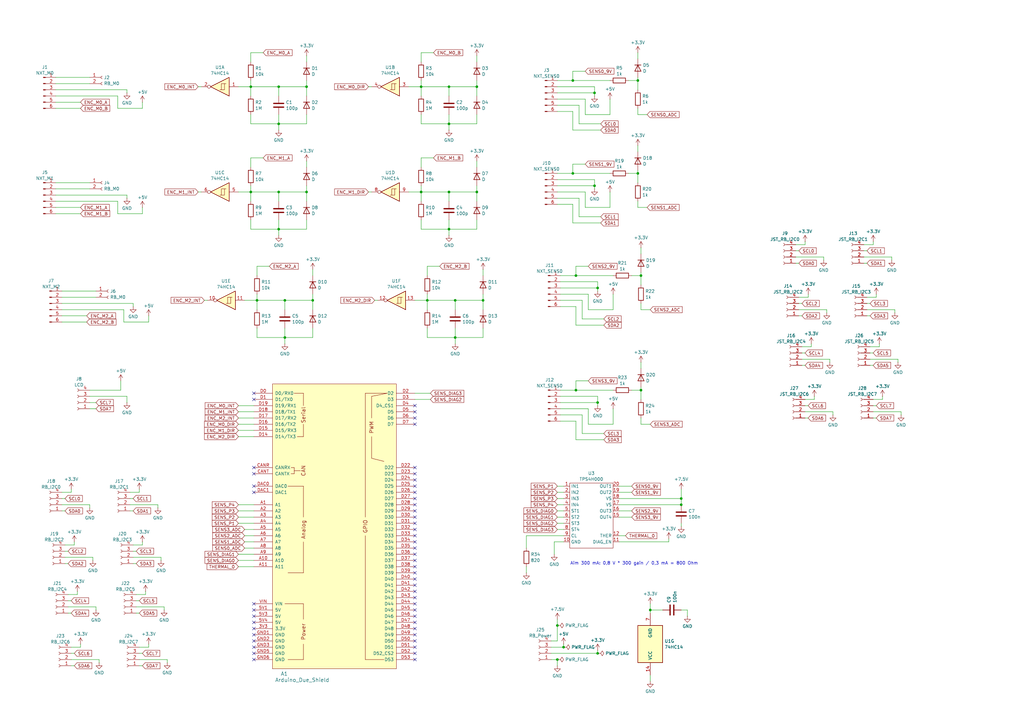
<source format=kicad_sch>
(kicad_sch (version 20250114) (generator "eeschema") (generator_version "9.0")
  (paper "A3")
  (title_block (title "NXT Shield for Rocci Board") (date "2025-07-17") (rev "1.0") (company "Rocci"))
  (text "Aim 300 mA: 0,8 V * 300 gain / 0,3 mA = 800 Ohm" (at 260.096 231.14 0) (effects (font (size 1.27 1.27))))
  (junction (at 105.41 123.19))
  (junction (at 114.3 50.8))
  (junction (at 184.15 35.56))
  (junction (at 245.11 165.1))
  (junction (at 128.27 123.19))
  (junction (at 186.69 123.19))
  (junction (at 279.4 207.01))
  (junction (at 231.14 265.43))
  (junction (at 198.12 123.19))
  (junction (at 116.84 123.19))
  (junction (at 262.89 113.03))
  (junction (at 186.69 138.43))
  (junction (at 234.95 71.12))
  (junction (at 243.84 76.2))
  (junction (at 125.73 78.74))
  (junction (at 228.6 256.54))
  (junction (at 243.84 38.1))
  (junction (at 236.22 160.02))
  (junction (at 102.87 35.56))
  (junction (at 266.7 250.19))
  (junction (at 261.62 33.02))
  (junction (at 195.58 78.74))
  (junction (at 114.3 35.56))
  (junction (at 236.22 113.03))
  (junction (at 184.15 78.74))
  (junction (at 184.15 93.98))
  (junction (at 102.87 78.74))
  (junction (at 234.95 33.02))
  (junction (at 114.3 78.74))
  (junction (at 116.84 138.43))
  (junction (at 261.62 71.12))
  (junction (at 262.89 160.02))
  (junction (at 279.4 204.47))
  (junction (at 184.15 50.8))
  (junction (at 195.58 35.56))
  (junction (at 125.73 35.56))
  (junction (at 245.11 267.97))
  (junction (at 172.72 35.56))
  (junction (at 245.11 118.11))
  (junction (at 175.26 123.19))
  (junction (at 228.6 270.51))
  (junction (at 114.3 93.98))
  (junction (at 172.72 78.74))
  (no_connect (at 104.14 267.97))
  (no_connect (at 170.18 214.63))
  (no_connect (at 170.18 234.95))
  (no_connect (at 170.18 229.87))
  (no_connect (at 170.18 240.03))
  (no_connect (at 170.18 224.79))
  (no_connect (at 104.14 199.39))
  (no_connect (at 170.18 245.11))
  (no_connect (at 170.18 257.81))
  (no_connect (at 170.18 232.41))
  (no_connect (at 104.14 201.93))
  (no_connect (at 170.18 209.55))
  (no_connect (at 170.18 260.35))
  (no_connect (at 170.18 204.47))
  (no_connect (at 104.14 260.35))
  (no_connect (at 170.18 242.57))
  (no_connect (at 170.18 194.31))
  (no_connect (at 104.14 163.83))
  (no_connect (at 170.18 219.71))
  (no_connect (at 170.18 173.99))
  (no_connect (at 104.14 252.73))
  (no_connect (at 104.14 257.81))
  (no_connect (at 170.18 201.93))
  (no_connect (at 104.14 270.51))
  (no_connect (at 170.18 196.85))
  (no_connect (at 170.18 227.33))
  (no_connect (at 170.18 199.39))
  (no_connect (at 170.18 191.77))
  (no_connect (at 170.18 207.01))
  (no_connect (at 104.14 161.29))
  (no_connect (at 104.14 191.77))
  (no_connect (at 104.14 194.31))
  (no_connect (at 170.18 247.65))
  (no_connect (at 170.18 168.91))
  (no_connect (at 104.14 247.65))
  (no_connect (at 104.14 255.27))
  (no_connect (at 170.18 171.45))
  (no_connect (at 170.18 250.19))
  (no_connect (at 104.14 250.19))
  (no_connect (at 104.14 262.89))
  (no_connect (at 170.18 212.09))
  (no_connect (at 104.14 265.43))
  (no_connect (at 170.18 262.89))
  (no_connect (at 170.18 217.17))
  (no_connect (at 170.18 270.51))
  (no_connect (at 170.18 255.27))
  (no_connect (at 170.18 267.97))
  (no_connect (at 170.18 252.73))
  (no_connect (at 170.18 222.25))
  (no_connect (at 170.18 166.37))
  (no_connect (at 170.18 237.49))
  (no_connect (at 170.18 265.43))
  (wire (pts (xy 266.7 247.65) (xy 266.7 250.19)))
  (wire (pts (xy 257.81 71.12) (xy 261.62 71.12)))
  (wire (pts (xy 274.32 222.25) (xy 274.32 220.98)))
  (wire (pts (xy 184.15 35.56) (xy 195.58 35.56)))
  (wire (pts (xy 184.15 39.37) (xy 184.15 35.56)))
  (wire (pts (xy 251.46 167.64) (xy 251.46 173.99)))
  (wire (pts (xy 243.84 39.37) (xy 243.84 38.1)))
  (wire (pts (xy 262.89 158.75) (xy 262.89 160.02)))
  (wire (pts (xy 55.88 226.06) (xy 54.61 226.06)))
  (wire (pts (xy 53.34 201.93) (xy 57.15 201.93)))
  (wire (pts (xy 97.79 78.74) (xy 102.87 78.74)))
  (wire (pts (xy 228.6 81.28) (xy 237.49 81.28)))
  (wire (pts (xy 25.4 121.92) (xy 39.37 121.92)))
  (wire (pts (xy 100.33 224.79) (xy 104.14 224.79)))
  (wire (pts (xy 228.6 204.47) (xy 231.14 204.47)))
  (wire (pts (xy 29.21 246.38) (xy 27.94 246.38)))
  (wire (pts (xy 215.9 219.71) (xy 215.9 224.79)))
  (wire (pts (xy 330.2 149.86) (xy 328.93 149.86)))
  (wire (pts (xy 229.87 115.57) (xy 245.11 115.57)))
  (wire (pts (xy 251.46 120.65) (xy 251.46 127)))
  (wire (pts (xy 22.86 77.47) (xy 36.83 77.47)))
  (wire (pts (xy 198.12 120.65) (xy 198.12 123.19)))
  (wire (pts (xy 327.66 121.92) (xy 331.47 121.92)))
  (wire (pts (xy 237.49 88.9) (xy 246.38 88.9)))
  (wire (pts (xy 48.26 39.37) (xy 48.26 44.45)))
  (wire (pts (xy 102.87 35.56) (xy 102.87 39.37)))
  (wire (pts (xy 234.95 71.12) (xy 228.6 71.12)))
  (wire (pts (xy 236.22 156.21) (xy 241.3 156.21)))
  (wire (pts (xy 172.72 46.99) (xy 172.72 50.8)))
  (wire (pts (xy 245.11 119.38) (xy 245.11 118.11)))
  (wire (pts (xy 151.13 35.56) (xy 152.4 35.56)))
  (wire (pts (xy 114.3 35.56) (xy 125.73 35.56)))
  (wire (pts (xy 237.49 81.28) (xy 237.49 88.9)))
  (wire (pts (xy 237.49 50.8) (xy 246.38 50.8)))
  (wire (pts (xy 58.42 41.91) (xy 58.42 44.45)))
  (wire (pts (xy 172.72 33.02) (xy 172.72 35.56)))
  (wire (pts (xy 57.15 246.38) (xy 55.88 246.38)))
  (wire (pts (xy 58.42 267.97) (xy 57.15 267.97)))
  (wire (pts (xy 125.73 33.02) (xy 125.73 35.56)))
  (wire (pts (xy 128.27 123.19) (xy 128.27 127)))
  (wire (pts (xy 60.96 129.54) (xy 60.96 132.08)))
  (wire (pts (xy 26.67 209.55) (xy 25.4 209.55)))
  (wire (pts (xy 238.76 130.81) (xy 247.65 130.81)))
  (wire (pts (xy 234.95 91.44) (xy 246.38 91.44)))
  (wire (pts (xy 39.37 167.64) (xy 36.83 167.64)))
  (wire (pts (xy 262.89 148.59) (xy 262.89 151.13)))
  (wire (pts (xy 243.84 38.1) (xy 243.84 35.56)))
  (wire (pts (xy 176.53 163.83) (xy 170.18 163.83)))
  (wire (pts (xy 100.33 123.19) (xy 105.41 123.19)))
  (wire (pts (xy 261.62 36.83) (xy 261.62 33.02)))
  (wire (pts (xy 195.58 66.04) (xy 195.58 68.58)))
  (wire (pts (xy 114.3 39.37) (xy 114.3 35.56)))
  (wire (pts (xy 229.87 165.1) (xy 245.11 165.1)))
  (wire (pts (xy 97.79 229.87) (xy 104.14 229.87)))
  (wire (pts (xy 125.73 50.8) (xy 114.3 50.8)))
  (wire (pts (xy 25.4 119.38) (xy 39.37 119.38)))
  (wire (pts (xy 226.06 265.43) (xy 231.14 265.43)))
  (wire (pts (xy 354.33 105.41) (xy 365.76 105.41)))
  (wire (pts (xy 102.87 35.56) (xy 114.3 35.56)))
  (wire (pts (xy 116.84 138.43) (xy 116.84 134.62)))
  (wire (pts (xy 261.62 74.93) (xy 261.62 71.12)))
  (wire (pts (xy 125.73 35.56) (xy 125.73 39.37)))
  (wire (pts (xy 27.94 243.84) (xy 31.75 243.84)))
  (wire (pts (xy 167.64 78.74) (xy 172.72 78.74)))
  (wire (pts (xy 195.58 46.99) (xy 195.58 50.8)))
  (wire (pts (xy 228.6 35.56) (xy 243.84 35.56)))
  (wire (pts (xy 125.73 93.98) (xy 114.3 93.98)))
  (wire (pts (xy 31.75 243.84) (xy 31.75 242.57)))
  (wire (pts (xy 186.69 138.43) (xy 186.69 134.62)))
  (wire (pts (xy 265.43 46.99) (xy 261.62 46.99)))
  (wire (pts (xy 228.6 83.82) (xy 234.95 83.82)))
  (wire (pts (xy 102.87 78.74) (xy 102.87 82.55)))
  (wire (pts (xy 58.42 85.09) (xy 58.42 87.63)))
  (wire (pts (xy 195.58 33.02) (xy 195.58 35.56)))
  (wire (pts (xy 361.95 163.83) (xy 361.95 162.56)))
  (wire (pts (xy 105.41 123.19) (xy 116.84 123.19)))
  (wire (pts (xy 67.31 250.19) (xy 67.31 248.92)))
  (wire (pts (xy 54.61 228.6) (xy 66.04 228.6)))
  (wire (pts (xy 58.42 87.63) (xy 48.26 87.63)))
  (wire (pts (xy 332.74 142.24) (xy 332.74 140.97)))
  (wire (pts (xy 29.21 270.51) (xy 40.64 270.51)))
  (wire (pts (xy 116.84 138.43) (xy 116.84 140.97)))
  (wire (pts (xy 48.26 82.55) (xy 48.26 87.63)))
  (wire (pts (xy 175.26 123.19) (xy 175.26 127)))
  (wire (pts (xy 52.07 81.28) (xy 52.07 80.01)))
  (wire (pts (xy 234.95 29.21) (xy 240.03 29.21)))
  (wire (pts (xy 195.58 35.56) (xy 195.58 39.37)))
  (wire (pts (xy 125.73 66.04) (xy 125.73 68.58)))
  (wire (pts (xy 266.7 279.4) (xy 266.7 276.86)))
  (wire (pts (xy 184.15 93.98) (xy 184.15 96.52)))
  (wire (pts (xy 234.95 71.12) (xy 250.19 71.12)))
  (wire (pts (xy 102.87 93.98) (xy 114.3 93.98)))
  (wire (pts (xy 114.3 93.98) (xy 114.3 90.17)))
  (wire (pts (xy 22.86 41.91) (xy 33.02 41.91)))
  (wire (pts (xy 172.72 93.98) (xy 184.15 93.98)))
  (wire (pts (xy 29.21 251.46) (xy 27.94 251.46)))
  (wire (pts (xy 236.22 109.22) (xy 236.22 113.03)))
  (wire (pts (xy 359.41 171.45) (xy 358.14 171.45)))
  (wire (pts (xy 261.62 59.69) (xy 261.62 62.23)))
  (wire (pts (xy 334.01 163.83) (xy 334.01 162.56)))
  (wire (pts (xy 50.8 127) (xy 50.8 132.08)))
  (wire (pts (xy 54.61 204.47) (xy 53.34 204.47)))
  (wire (pts (xy 245.11 166.37) (xy 245.11 165.1)))
  (wire (pts (xy 114.3 78.74) (xy 125.73 78.74)))
  (wire (pts (xy 234.95 83.82) (xy 234.95 91.44)))
  (wire (pts (xy 228.6 45.72) (xy 234.95 45.72)))
  (wire (pts (xy 105.41 120.65) (xy 105.41 123.19)))
  (wire (pts (xy 167.64 35.56) (xy 172.72 35.56)))
  (wire (pts (xy 198.12 138.43) (xy 186.69 138.43)))
  (wire (pts (xy 175.26 113.03) (xy 175.26 109.22)))
  (wire (pts (xy 102.87 46.99) (xy 102.87 50.8)))
  (wire (pts (xy 184.15 50.8) (xy 184.15 46.99)))
  (wire (pts (xy 97.79 166.37) (xy 104.14 166.37)))
  (wire (pts (xy 97.79 168.91) (xy 104.14 168.91)))
  (wire (pts (xy 359.41 121.92) (xy 359.41 120.65)))
  (wire (pts (xy 22.86 31.75) (xy 36.83 31.75)))
  (wire (pts (xy 114.3 93.98) (xy 114.3 96.52)))
  (wire (pts (xy 356.87 142.24) (xy 360.68 142.24)))
  (wire (pts (xy 128.27 120.65) (xy 128.27 123.19)))
  (wire (pts (xy 228.6 212.09) (xy 231.14 212.09)))
  (wire (pts (xy 58.42 44.45) (xy 48.26 44.45)))
  (wire (pts (xy 170.18 123.19) (xy 175.26 123.19)))
  (wire (pts (xy 228.6 207.01) (xy 231.14 207.01)))
  (wire (pts (xy 367.03 128.27) (xy 367.03 127)))
  (wire (pts (xy 369.57 170.18) (xy 369.57 168.91)))
  (wire (pts (xy 240.03 85.09) (xy 250.19 85.09)))
  (wire (pts (xy 228.6 78.74) (xy 240.03 78.74)))
  (wire (pts (xy 172.72 90.17) (xy 172.72 93.98)))
  (wire (pts (xy 38.1 229.87) (xy 38.1 228.6)))
  (wire (pts (xy 116.84 127) (xy 116.84 123.19)))
  (wire (pts (xy 59.69 243.84) (xy 59.69 242.57)))
  (wire (pts (xy 57.15 270.51) (xy 68.58 270.51)))
  (wire (pts (xy 172.72 64.77) (xy 177.8 64.77)))
  (wire (pts (xy 236.22 156.21) (xy 236.22 160.02)))
  (wire (pts (xy 254 222.25) (xy 274.32 222.25)))
  (wire (pts (xy 114.3 50.8) (xy 114.3 46.99)))
  (wire (pts (xy 245.11 267.97) (xy 245.11 266.7)))
  (wire (pts (xy 259.08 113.03) (xy 262.89 113.03)))
  (wire (pts (xy 328.93 142.24) (xy 332.74 142.24)))
  (wire (pts (xy 186.69 138.43) (xy 186.69 140.97)))
  (wire (pts (xy 175.26 123.19) (xy 186.69 123.19)))
  (wire (pts (xy 97.79 179.07) (xy 104.14 179.07)))
  (wire (pts (xy 355.6 107.95) (xy 354.33 107.95)))
  (wire (pts (xy 234.95 33.02) (xy 250.19 33.02)))
  (wire (pts (xy 261.62 31.75) (xy 261.62 33.02)))
  (wire (pts (xy 229.87 162.56) (xy 245.11 162.56)))
  (wire (pts (xy 97.79 232.41) (xy 104.14 232.41)))
  (wire (pts (xy 40.64 271.78) (xy 40.64 270.51)))
  (wire (pts (xy 100.33 219.71) (xy 104.14 219.71)))
  (wire (pts (xy 25.4 127) (xy 50.8 127)))
  (wire (pts (xy 54.61 209.55) (xy 53.34 209.55)))
  (wire (pts (xy 254 212.09) (xy 259.08 212.09)))
  (wire (pts (xy 105.41 109.22) (xy 110.49 109.22)))
  (wire (pts (xy 102.87 25.4) (xy 102.87 21.59)))
  (wire (pts (xy 151.13 78.74) (xy 152.4 78.74)))
  (wire (pts (xy 330.2 144.78) (xy 328.93 144.78)))
  (wire (pts (xy 279.4 215.9) (xy 279.4 214.63)))
  (wire (pts (xy 238.76 123.19) (xy 238.76 130.81)))
  (wire (pts (xy 26.67 223.52) (xy 30.48 223.52)))
  (wire (pts (xy 236.22 180.34) (xy 247.65 180.34)))
  (wire (pts (xy 97.79 35.56) (xy 102.87 35.56)))
  (wire (pts (xy 58.42 273.05) (xy 57.15 273.05)))
  (wire (pts (xy 228.6 40.64) (xy 240.03 40.64)))
  (wire (pts (xy 60.96 265.43) (xy 60.96 264.16)))
  (wire (pts (xy 281.94 252.73) (xy 281.94 250.19)))
  (wire (pts (xy 186.69 123.19) (xy 198.12 123.19)))
  (wire (pts (xy 356.87 147.32) (xy 368.3 147.32)))
  (wire (pts (xy 241.3 127) (xy 251.46 127)))
  (wire (pts (xy 236.22 172.72) (xy 236.22 180.34)))
  (wire (pts (xy 102.87 68.58) (xy 102.87 64.77)))
  (wire (pts (xy 172.72 21.59) (xy 177.8 21.59)))
  (wire (pts (xy 236.22 113.03) (xy 251.46 113.03)))
  (wire (pts (xy 25.4 201.93) (xy 29.21 201.93)))
  (wire (pts (xy 54.61 223.52) (xy 58.42 223.52)))
  (wire (pts (xy 279.4 204.47) (xy 279.4 207.01)))
  (wire (pts (xy 355.6 121.92) (xy 359.41 121.92)))
  (wire (pts (xy 229.87 123.19) (xy 238.76 123.19)))
  (wire (pts (xy 29.21 265.43) (xy 33.02 265.43)))
  (wire (pts (xy 236.22 160.02) (xy 251.46 160.02)))
  (wire (pts (xy 27.94 248.92) (xy 39.37 248.92)))
  (wire (pts (xy 331.47 166.37) (xy 330.2 166.37)))
  (wire (pts (xy 358.14 163.83) (xy 361.95 163.83)))
  (wire (pts (xy 327.66 102.87) (xy 326.39 102.87)))
  (wire (pts (xy 54.61 125.73) (xy 54.61 124.46)))
  (wire (pts (xy 240.03 46.99) (xy 250.19 46.99)))
  (wire (pts (xy 125.73 78.74) (xy 125.73 82.55)))
  (wire (pts (xy 234.95 53.34) (xy 246.38 53.34)))
  (wire (pts (xy 22.86 34.29) (xy 36.83 34.29)))
  (wire (pts (xy 265.43 85.09) (xy 261.62 85.09)))
  (wire (pts (xy 172.72 78.74) (xy 172.72 82.55)))
  (wire (pts (xy 236.22 109.22) (xy 241.3 109.22)))
  (wire (pts (xy 55.88 243.84) (xy 59.69 243.84)))
  (wire (pts (xy 261.62 46.99) (xy 261.62 44.45)))
  (wire (pts (xy 259.08 160.02) (xy 262.89 160.02)))
  (wire (pts (xy 226.06 262.89) (xy 228.6 262.89)))
  (wire (pts (xy 228.6 262.89) (xy 228.6 256.54)))
  (wire (pts (xy 279.4 200.66) (xy 279.4 204.47)))
  (wire (pts (xy 198.12 134.62) (xy 198.12 138.43)))
  (wire (pts (xy 330.2 100.33) (xy 330.2 99.06)))
  (wire (pts (xy 57.15 201.93) (xy 57.15 200.66)))
  (wire (pts (xy 236.22 113.03) (xy 229.87 113.03)))
  (wire (pts (xy 102.87 33.02) (xy 102.87 35.56)))
  (wire (pts (xy 241.3 120.65) (xy 241.3 127)))
  (wire (pts (xy 184.15 50.8) (xy 184.15 53.34)))
  (wire (pts (xy 234.95 67.31) (xy 240.03 67.31)))
  (wire (pts (xy 125.73 76.2) (xy 125.73 78.74)))
  (wire (pts (xy 359.41 166.37) (xy 358.14 166.37)))
  (wire (pts (xy 22.86 39.37) (xy 48.26 39.37)))
  (wire (pts (xy 328.93 147.32) (xy 340.36 147.32)))
  (wire (pts (xy 215.9 219.71) (xy 231.14 219.71)))
  (wire (pts (xy 22.86 87.63) (xy 33.02 87.63)))
  (wire (pts (xy 231.14 265.43) (xy 231.14 264.16)))
  (wire (pts (xy 266.7 250.19) (xy 266.7 251.46)))
  (wire (pts (xy 153.67 123.19) (xy 154.94 123.19)))
  (wire (pts (xy 25.4 129.54) (xy 35.56 129.54)))
  (wire (pts (xy 49.53 160.02) (xy 49.53 156.21)))
  (wire (pts (xy 172.72 35.56) (xy 172.72 39.37)))
  (wire (pts (xy 114.3 82.55) (xy 114.3 78.74)))
  (wire (pts (xy 68.58 271.78) (xy 68.58 270.51)))
  (wire (pts (xy 105.41 138.43) (xy 116.84 138.43)))
  (wire (pts (xy 358.14 100.33) (xy 358.14 99.06)))
  (wire (pts (xy 195.58 78.74) (xy 195.58 82.55)))
  (wire (pts (xy 245.11 118.11) (xy 245.11 115.57)))
  (wire (pts (xy 328.93 129.54) (xy 327.66 129.54)))
  (wire (pts (xy 116.84 123.19) (xy 128.27 123.19)))
  (wire (pts (xy 330.2 168.91) (xy 341.63 168.91)))
  (wire (pts (xy 195.58 22.86) (xy 195.58 25.4)))
  (wire (pts (xy 102.87 50.8) (xy 114.3 50.8)))
  (wire (pts (xy 97.79 227.33) (xy 104.14 227.33)))
  (wire (pts (xy 25.4 207.01) (xy 36.83 207.01)))
  (wire (pts (xy 271.78 250.19) (xy 266.7 250.19)))
  (wire (pts (xy 175.26 134.62) (xy 175.26 138.43)))
  (wire (pts (xy 186.69 127) (xy 186.69 123.19)))
  (wire (pts (xy 195.58 90.17) (xy 195.58 93.98)))
  (wire (pts (xy 105.41 113.03) (xy 105.41 109.22)))
  (wire (pts (xy 360.68 142.24) (xy 360.68 140.97)))
  (wire (pts (xy 254 207.01) (xy 279.4 207.01)))
  (wire (pts (xy 254 199.39) (xy 259.08 199.39)))
  (wire (pts (xy 184.15 93.98) (xy 184.15 90.17)))
  (wire (pts (xy 238.76 170.18) (xy 238.76 177.8)))
  (wire (pts (xy 175.26 138.43) (xy 186.69 138.43)))
  (wire (pts (xy 355.6 102.87) (xy 354.33 102.87)))
  (wire (pts (xy 172.72 78.74) (xy 184.15 78.74)))
  (wire (pts (xy 262.89 116.84) (xy 262.89 113.03)))
  (wire (pts (xy 128.27 138.43) (xy 116.84 138.43)))
  (wire (pts (xy 229.87 120.65) (xy 241.3 120.65)))
  (wire (pts (xy 58.42 223.52) (xy 58.42 222.25)))
  (wire (pts (xy 266.7 127) (xy 262.89 127)))
  (wire (pts (xy 55.88 248.92) (xy 67.31 248.92)))
  (wire (pts (xy 27.94 226.06) (xy 26.67 226.06)))
  (wire (pts (xy 184.15 82.55) (xy 184.15 78.74)))
  (wire (pts (xy 341.63 170.18) (xy 341.63 168.91)))
  (wire (pts (xy 97.79 212.09) (xy 104.14 212.09)))
  (wire (pts (xy 240.03 78.74) (xy 240.03 85.09)))
  (wire (pts (xy 238.76 177.8) (xy 247.65 177.8)))
  (wire (pts (xy 228.6 73.66) (xy 243.84 73.66)))
  (wire (pts (xy 368.3 148.59) (xy 368.3 147.32)))
  (wire (pts (xy 240.03 40.64) (xy 240.03 46.99)))
  (wire (pts (xy 172.72 76.2) (xy 172.72 78.74)))
  (wire (pts (xy 229.87 172.72) (xy 236.22 172.72)))
  (wire (pts (xy 105.41 134.62) (xy 105.41 138.43)))
  (wire (pts (xy 326.39 105.41) (xy 337.82 105.41)))
  (wire (pts (xy 102.87 90.17) (xy 102.87 93.98)))
  (wire (pts (xy 97.79 207.01) (xy 104.14 207.01)))
  (wire (pts (xy 102.87 76.2) (xy 102.87 78.74)))
  (wire (pts (xy 337.82 106.68) (xy 337.82 105.41)))
  (wire (pts (xy 358.14 168.91) (xy 369.57 168.91)))
  (wire (pts (xy 228.6 38.1) (xy 243.84 38.1)))
  (wire (pts (xy 36.83 162.56) (xy 52.07 162.56)))
  (wire (pts (xy 100.33 222.25) (xy 104.14 222.25)))
  (wire (pts (xy 195.58 76.2) (xy 195.58 78.74)))
  (wire (pts (xy 234.95 45.72) (xy 234.95 53.34)))
  (wire (pts (xy 39.37 165.1) (xy 36.83 165.1)))
  (wire (pts (xy 245.11 165.1) (xy 245.11 162.56)))
  (wire (pts (xy 365.76 106.68) (xy 365.76 105.41)))
  (wire (pts (xy 331.47 171.45) (xy 330.2 171.45)))
  (wire (pts (xy 228.6 43.18) (xy 237.49 43.18)))
  (wire (pts (xy 30.48 223.52) (xy 30.48 222.25)))
  (wire (pts (xy 53.34 207.01) (xy 64.77 207.01)))
  (wire (pts (xy 81.28 35.56) (xy 82.55 35.56)))
  (wire (pts (xy 358.14 149.86) (xy 356.87 149.86)))
  (wire (pts (xy 326.39 100.33) (xy 330.2 100.33)))
  (wire (pts (xy 22.86 80.01) (xy 52.07 80.01)))
  (wire (pts (xy 30.48 267.97) (xy 29.21 267.97)))
  (wire (pts (xy 262.89 127) (xy 262.89 124.46)))
  (wire (pts (xy 241.3 173.99) (xy 251.46 173.99)))
  (wire (pts (xy 114.3 50.8) (xy 114.3 53.34)))
  (wire (pts (xy 262.89 111.76) (xy 262.89 113.03)))
  (wire (pts (xy 228.6 76.2) (xy 243.84 76.2)))
  (wire (pts (xy 22.86 36.83) (xy 52.07 36.83)))
  (wire (pts (xy 228.6 256.54) (xy 228.6 254)))
  (wire (pts (xy 262.89 101.6) (xy 262.89 104.14)))
  (wire (pts (xy 175.26 120.65) (xy 175.26 123.19)))
  (wire (pts (xy 241.3 167.64) (xy 241.3 173.99)))
  (wire (pts (xy 102.87 78.74) (xy 114.3 78.74)))
  (wire (pts (xy 22.86 74.93) (xy 36.83 74.93)))
  (wire (pts (xy 234.95 67.31) (xy 234.95 71.12)))
  (wire (pts (xy 52.07 165.1) (xy 52.07 162.56)))
  (wire (pts (xy 26.67 228.6) (xy 38.1 228.6)))
  (wire (pts (xy 231.14 222.25) (xy 227.33 222.25)))
  (wire (pts (xy 66.04 229.87) (xy 66.04 228.6)))
  (wire (pts (xy 60.96 132.08) (xy 50.8 132.08)))
  (wire (pts (xy 125.73 22.86) (xy 125.73 25.4)))
  (wire (pts (xy 105.41 123.19) (xy 105.41 127)))
  (wire (pts (xy 281.94 250.19) (xy 279.4 250.19)))
  (wire (pts (xy 228.6 214.63) (xy 231.14 214.63)))
  (wire (pts (xy 226.06 267.97) (xy 245.11 267.97)))
  (wire (pts (xy 97.79 209.55) (xy 104.14 209.55)))
  (wire (pts (xy 229.87 118.11) (xy 245.11 118.11)))
  (wire (pts (xy 331.47 121.92) (xy 331.47 120.65)))
  (wire (pts (xy 128.27 110.49) (xy 128.27 113.03)))
  (wire (pts (xy 100.33 217.17) (xy 104.14 217.17)))
  (wire (pts (xy 254 204.47) (xy 279.4 204.47)))
  (wire (pts (xy 250.19 40.64) (xy 250.19 46.99)))
  (wire (pts (xy 228.6 199.39) (xy 231.14 199.39)))
  (wire (pts (xy 57.15 251.46) (xy 55.88 251.46)))
  (wire (pts (xy 237.49 43.18) (xy 237.49 50.8)))
  (wire (pts (xy 229.87 125.73) (xy 236.22 125.73)))
  (wire (pts (xy 102.87 21.59) (xy 107.95 21.59)))
  (wire (pts (xy 356.87 124.46) (xy 355.6 124.46)))
  (wire (pts (xy 261.62 21.59) (xy 261.62 24.13)))
  (wire (pts (xy 236.22 160.02) (xy 229.87 160.02)))
  (wire (pts (xy 262.89 173.99) (xy 262.89 171.45)))
  (wire (pts (xy 52.07 38.1) (xy 52.07 36.83)))
  (wire (pts (xy 266.7 173.99) (xy 262.89 173.99)))
  (wire (pts (xy 234.95 33.02) (xy 228.6 33.02)))
  (wire (pts (xy 57.15 265.43) (xy 60.96 265.43)))
  (wire (pts (xy 228.6 201.93) (xy 231.14 201.93)))
  (wire (pts (xy 64.77 208.28) (xy 64.77 207.01)))
  (wire (pts (xy 195.58 93.98) (xy 184.15 93.98)))
  (wire (pts (xy 39.37 250.19) (xy 39.37 248.92)))
  (wire (pts (xy 229.87 167.64) (xy 241.3 167.64)))
  (wire (pts (xy 33.02 265.43) (xy 33.02 264.16)))
  (wire (pts (xy 175.26 109.22) (xy 180.34 109.22)))
  (wire (pts (xy 172.72 68.58) (xy 172.72 64.77)))
  (wire (pts (xy 27.94 231.14) (xy 26.67 231.14)))
  (wire (pts (xy 229.87 170.18) (xy 238.76 170.18)))
  (wire (pts (xy 261.62 85.09) (xy 261.62 82.55)))
  (wire (pts (xy 261.62 69.85) (xy 261.62 71.12)))
  (wire (pts (xy 243.84 76.2) (xy 243.84 73.66)))
  (wire (pts (xy 243.84 77.47) (xy 243.84 76.2)))
  (wire (pts (xy 198.12 123.19) (xy 198.12 127)))
  (wire (pts (xy 22.86 82.55) (xy 48.26 82.55)))
  (wire (pts (xy 257.81 33.02) (xy 261.62 33.02)))
  (wire (pts (xy 328.93 124.46) (xy 327.66 124.46)))
  (wire (pts (xy 254 209.55) (xy 259.08 209.55)))
  (wire (pts (xy 36.83 160.02) (xy 49.53 160.02)))
  (wire (pts (xy 25.4 132.08) (xy 35.56 132.08)))
  (wire (pts (xy 125.73 90.17) (xy 125.73 93.98)))
  (wire (pts (xy 30.48 273.05) (xy 29.21 273.05)))
  (wire (pts (xy 262.89 163.83) (xy 262.89 160.02)))
  (wire (pts (xy 327.66 127) (xy 339.09 127)))
  (wire (pts (xy 198.12 110.49) (xy 198.12 113.03)))
  (wire (pts (xy 55.88 231.14) (xy 54.61 231.14)))
  (wire (pts (xy 125.73 46.99) (xy 125.73 50.8)))
  (wire (pts (xy 358.14 144.78) (xy 356.87 144.78)))
  (wire (pts (xy 172.72 35.56) (xy 184.15 35.56)))
  (wire (pts (xy 340.36 148.59) (xy 340.36 147.32)))
  (wire (pts (xy 26.67 204.47) (xy 25.4 204.47)))
  (wire (pts (xy 227.33 222.25) (xy 227.33 227.33)))
  (wire (pts (xy 250.19 78.74) (xy 250.19 85.09)))
  (wire (pts (xy 22.86 44.45) (xy 33.02 44.45)))
  (wire (pts (xy 102.87 64.77) (xy 107.95 64.77)))
  (wire (pts (xy 172.72 25.4) (xy 172.72 21.59)))
  (wire (pts (xy 97.79 171.45) (xy 104.14 171.45)))
  (wire (pts (xy 184.15 78.74) (xy 195.58 78.74)))
  (wire (pts (xy 172.72 50.8) (xy 184.15 50.8)))
  (wire (pts (xy 81.28 78.74) (xy 82.55 78.74)))
  (wire (pts (xy 234.95 29.21) (xy 234.95 33.02)))
  (wire (pts (xy 228.6 217.17) (xy 231.14 217.17)))
  (wire (pts (xy 256.54 219.71) (xy 254 219.71)))
  (wire (pts (xy 97.79 176.53) (xy 104.14 176.53)))
  (wire (pts (xy 236.22 125.73) (xy 236.22 133.35)))
  (wire (pts (xy 330.2 163.83) (xy 334.01 163.83)))
  (wire (pts (xy 97.79 214.63) (xy 104.14 214.63)))
  (wire (pts (xy 83.82 123.19) (xy 85.09 123.19)))
  (wire (pts (xy 228.6 270.51) (xy 228.6 273.05)))
  (wire (pts (xy 356.87 129.54) (xy 355.6 129.54)))
  (wire (pts (xy 97.79 173.99) (xy 104.14 173.99)))
  (wire (pts (xy 226.06 270.51) (xy 228.6 270.51)))
  (wire (pts (xy 355.6 127) (xy 367.03 127)))
  (wire (pts (xy 22.86 85.09) (xy 33.02 85.09)))
  (wire (pts (xy 236.22 133.35) (xy 247.65 133.35)))
  (wire (pts (xy 195.58 50.8) (xy 184.15 50.8)))
  (wire (pts (xy 339.09 128.27) (xy 339.09 127)))
  (wire (pts (xy 228.6 209.55) (xy 231.14 209.55)))
  (wire (pts (xy 29.21 201.93) (xy 29.21 200.66)))
  (wire (pts (xy 25.4 124.46) (xy 54.61 124.46)))
  (wire (pts (xy 215.9 232.41) (xy 215.9 234.95)))
  (wire (pts (xy 354.33 100.33) (xy 358.14 100.33)))
  (wire (pts (xy 176.53 161.29) (xy 170.18 161.29)))
  (wire (pts (xy 128.27 134.62) (xy 128.27 138.43)))
  (wire (pts (xy 36.83 208.28) (xy 36.83 207.01)))
  (wire (pts (xy 327.66 107.95) (xy 326.39 107.95)))
  (wire (pts (xy 254 201.93) (xy 259.08 201.93)))
  (global_label "SENS3_ADC" (shape input) (at 266.7 173.99 0) (property "Intersheetrefs" "${INTERSHEET_REFS}" (effects (hide yes))))
  (global_label "SCL5" (shape input) (at 57.15 246.38 0) (property "Intersheetrefs" "${INTERSHEET_REFS}" (effects (hide yes))))
  (global_label "THERMAL_0" (shape input) (at 97.79 232.41 180) (property "Intersheetrefs" "${INTERSHEET_REFS}" (effects (hide yes))))
  (global_label "SCL4" (shape input) (at 29.21 246.38 0) (property "Intersheetrefs" "${INTERSHEET_REFS}" (effects (hide yes))))
  (global_label "SENS2_9V" (shape input) (at 259.08 209.55 0) (property "Intersheetrefs" "${INTERSHEET_REFS}" (effects (hide yes))))
  (global_label "SCL3" (shape input) (at 247.65 177.8 0) (property "Intersheetrefs" "${INTERSHEET_REFS}" (effects (hide yes))))
  (global_label "SDA3" (shape input) (at 356.87 129.54 0) (property "Intersheetrefs" "${INTERSHEET_REFS}" (effects (hide yes))))
  (global_label "SENS0_9V" (shape input) (at 259.08 199.39 0) (property "Intersheetrefs" "${INTERSHEET_REFS}" (effects (hide yes))))
  (global_label "ENC_M2_A" (shape input) (at 35.56 129.54 0) (property "Intersheetrefs" "${INTERSHEET_REFS}" (effects (hide yes))))
  (global_label "SCL0" (shape input) (at 246.38 50.8 0) (property "Intersheetrefs" "${INTERSHEET_REFS}" (effects (hide yes))))
  (global_label "ENC_M1_INT" (shape input) (at 97.79 168.91 180) (property "Intersheetrefs" "${INTERSHEET_REFS}" (effects (hide yes))))
  (global_label "SDA5" (shape input) (at 57.15 251.46 0) (property "Intersheetrefs" "${INTERSHEET_REFS}" (effects (hide yes))))
  (global_label "SENS_P2" (shape input) (at 228.6 201.93 180) (property "Intersheetrefs" "${INTERSHEET_REFS}" (effects (hide yes))))
  (global_label "SDA7" (shape input) (at 58.42 273.05 0) (property "Intersheetrefs" "${INTERSHEET_REFS}" (effects (hide yes))))
  (global_label "SENS2_ADC" (shape input) (at 266.7 127 0) (property "Intersheetrefs" "${INTERSHEET_REFS}" (effects (hide yes))))
  (global_label "SCL1" (shape input) (at 246.38 88.9 0) (property "Intersheetrefs" "${INTERSHEET_REFS}" (effects (hide yes))))
  (global_label "SENS0_ADC" (shape input) (at 100.33 224.79 180) (property "Intersheetrefs" "${INTERSHEET_REFS}" (effects (hide yes))))
  (global_label "SENS_DIAG3" (shape input) (at 228.6 217.17 180) (property "Intersheetrefs" "${INTERSHEET_REFS}" (effects (hide yes))))
  (global_label "SENS3_9V" (shape input) (at 259.08 212.09 0) (property "Intersheetrefs" "${INTERSHEET_REFS}" (effects (hide yes))))
  (global_label "ENC_M1_INT" (shape input) (at 81.28 78.74 180) (property "Intersheetrefs" "${INTERSHEET_REFS}" (effects (hide yes))))
  (global_label "ENC_M1_DIR" (shape input) (at 97.79 176.53 180) (property "Intersheetrefs" "${INTERSHEET_REFS}" (effects (hide yes))))
  (global_label "SENS_P3" (shape input) (at 228.6 204.47 180) (property "Intersheetrefs" "${INTERSHEET_REFS}" (effects (hide yes))))
  (global_label "SDA3" (shape input) (at 55.88 231.14 0) (property "Intersheetrefs" "${INTERSHEET_REFS}" (effects (hide yes))))
  (global_label "SCL2" (shape input) (at 247.65 130.81 0) (property "Intersheetrefs" "${INTERSHEET_REFS}" (effects (hide yes))))
  (global_label "SENS_DIAG0" (shape input) (at 97.79 229.87 180) (property "Intersheetrefs" "${INTERSHEET_REFS}" (effects (hide yes))))
  (global_label "SDA5" (shape input) (at 358.14 149.86 0) (property "Intersheetrefs" "${INTERSHEET_REFS}" (effects (hide yes))))
  (global_label "ENC_M1_B" (shape input) (at 177.8 64.77 0) (property "Intersheetrefs" "${INTERSHEET_REFS}" (effects (hide yes))))
  (global_label "SCL1" (shape input) (at 54.61 204.47 0) (property "Intersheetrefs" "${INTERSHEET_REFS}" (effects (hide yes))))
  (global_label "SENS3_ADC" (shape input) (at 100.33 217.17 180) (property "Intersheetrefs" "${INTERSHEET_REFS}" (effects (hide yes))))
  (global_label "SCL0" (shape input) (at 327.66 102.87 0) (property "Intersheetrefs" "${INTERSHEET_REFS}" (effects (hide yes))))
  (global_label "SDA1" (shape input) (at 246.38 91.44 0) (property "Intersheetrefs" "${INTERSHEET_REFS}" (effects (hide yes))))
  (global_label "SENS_DIAG1" (shape input) (at 97.79 227.33 180) (property "Intersheetrefs" "${INTERSHEET_REFS}" (effects (hide yes))))
  (global_label "ENC_M1_DIR" (shape input) (at 151.13 78.74 180) (property "Intersheetrefs" "${INTERSHEET_REFS}" (effects (hide yes))))
  (global_label "SENS_P3" (shape input) (at 97.79 209.55 180) (property "Intersheetrefs" "${INTERSHEET_REFS}" (effects (hide yes))))
  (global_label "SDA6" (shape input) (at 331.47 171.45 0) (property "Intersheetrefs" "${INTERSHEET_REFS}" (effects (hide yes))))
  (global_label "SENS0_9V" (shape input) (at 240.03 29.21 0) (property "Intersheetrefs" "${INTERSHEET_REFS}" (effects (hide yes))))
  (global_label "SENS_DIAG0" (shape input) (at 228.6 209.55 180) (property "Intersheetrefs" "${INTERSHEET_REFS}" (effects (hide yes))))
  (global_label "SCL7" (shape input) (at 39.37 165.1 0) (property "Intersheetrefs" "${INTERSHEET_REFS}" (effects (hide yes))))
  (global_label "ENC_M2_A" (shape input) (at 110.49 109.22 0) (property "Intersheetrefs" "${INTERSHEET_REFS}" (effects (hide yes))))
  (global_label "ENC_M0_A" (shape input) (at 107.95 21.59 0) (property "Intersheetrefs" "${INTERSHEET_REFS}" (effects (hide yes))))
  (global_label "SCL2" (shape input) (at 27.94 226.06 0) (property "Intersheetrefs" "${INTERSHEET_REFS}" (effects (hide yes))))
  (global_label "SDA3" (shape input) (at 247.65 180.34 0) (property "Intersheetrefs" "${INTERSHEET_REFS}" (effects (hide yes))))
  (global_label "SENS_P4" (shape input) (at 228.6 207.01 180) (property "Intersheetrefs" "${INTERSHEET_REFS}" (effects (hide yes))))
  (global_label "SCL1" (shape input) (at 355.6 102.87 0) (property "Intersheetrefs" "${INTERSHEET_REFS}" (effects (hide yes))))
  (global_label "ENC_M0_B" (shape input) (at 33.02 44.45 0) (property "Intersheetrefs" "${INTERSHEET_REFS}" (effects (hide yes))))
  (global_label "ENC_M0_INT" (shape input) (at 97.79 166.37 180) (property "Intersheetrefs" "${INTERSHEET_REFS}" (effects (hide yes))))
  (global_label "ENC_M0_A" (shape input) (at 33.02 41.91 0) (property "Intersheetrefs" "${INTERSHEET_REFS}" (effects (hide yes))))
  (global_label "SDA1" (shape input) (at 54.61 209.55 0) (property "Intersheetrefs" "${INTERSHEET_REFS}" (effects (hide yes))))
  (global_label "SENS_DIAG3" (shape input) (at 176.53 161.29 0) (property "Intersheetrefs" "${INTERSHEET_REFS}" (effects (hide yes))))
  (global_label "SDA4" (shape input) (at 330.2 149.86 0) (property "Intersheetrefs" "${INTERSHEET_REFS}" (effects (hide yes))))
  (global_label "ENC_M1_B" (shape input) (at 33.02 87.63 0) (property "Intersheetrefs" "${INTERSHEET_REFS}" (effects (hide yes))))
  (global_label "SDA2" (shape input) (at 247.65 133.35 0) (property "Intersheetrefs" "${INTERSHEET_REFS}" (effects (hide yes))))
  (global_label "ENC_M2_INT" (shape input) (at 83.82 123.19 180) (property "Intersheetrefs" "${INTERSHEET_REFS}" (effects (hide yes))))
  (global_label "ENC_M0_DIR" (shape input) (at 151.13 35.56 180) (property "Intersheetrefs" "${INTERSHEET_REFS}" (effects (hide yes))))
  (global_label "SDA2" (shape input) (at 328.93 129.54 0) (property "Intersheetrefs" "${INTERSHEET_REFS}" (effects (hide yes))))
  (global_label "SDA1" (shape input) (at 355.6 107.95 0) (property "Intersheetrefs" "${INTERSHEET_REFS}" (effects (hide yes))))
  (global_label "SENS_P1" (shape input) (at 228.6 199.39 180) (property "Intersheetrefs" "${INTERSHEET_REFS}" (effects (hide yes))))
  (global_label "SCL4" (shape input) (at 330.2 144.78 0) (property "Intersheetrefs" "${INTERSHEET_REFS}" (effects (hide yes))))
  (global_label "ENC_M2_DIR" (shape input) (at 97.79 179.07 180) (property "Intersheetrefs" "${INTERSHEET_REFS}" (effects (hide yes))))
  (global_label "SENS0_ADC" (shape input) (at 265.43 46.99 0) (property "Intersheetrefs" "${INTERSHEET_REFS}" (effects (hide yes))))
  (global_label "ENC_M2_B" (shape input) (at 35.56 132.08 0) (property "Intersheetrefs" "${INTERSHEET_REFS}" (effects (hide yes))))
  (global_label "ENC_M0_INT" (shape input) (at 81.28 35.56 180) (property "Intersheetrefs" "${INTERSHEET_REFS}" (effects (hide yes))))
  (global_label "ENC_M2_DIR" (shape input) (at 153.67 123.19 180) (property "Intersheetrefs" "${INTERSHEET_REFS}" (effects (hide yes))))
  (global_label "SENS3_9V" (shape input) (at 241.3 156.21 0) (property "Intersheetrefs" "${INTERSHEET_REFS}" (effects (hide yes))))
  (global_label "SCL3" (shape input) (at 55.88 226.06 0) (property "Intersheetrefs" "${INTERSHEET_REFS}" (effects (hide yes))))
  (global_label "SDA0" (shape input) (at 26.67 209.55 0) (property "Intersheetrefs" "${INTERSHEET_REFS}" (effects (hide yes))))
  (global_label "SENS1_9V" (shape input) (at 259.08 201.93 0) (property "Intersheetrefs" "${INTERSHEET_REFS}" (effects (hide yes))))
  (global_label "SDA2" (shape input) (at 27.94 231.14 0) (property "Intersheetrefs" "${INTERSHEET_REFS}" (effects (hide yes))))
  (global_label "ENC_M0_DIR" (shape input) (at 97.79 173.99 180) (property "Intersheetrefs" "${INTERSHEET_REFS}" (effects (hide yes))))
  (global_label "SCL6" (shape input) (at 30.48 267.97 0) (property "Intersheetrefs" "${INTERSHEET_REFS}" (effects (hide yes))))
  (global_label "SENS_P1" (shape input) (at 97.79 214.63 180) (property "Intersheetrefs" "${INTERSHEET_REFS}" (effects (hide yes))))
  (global_label "ENC_M1_A" (shape input) (at 33.02 85.09 0) (property "Intersheetrefs" "${INTERSHEET_REFS}" (effects (hide yes))))
  (global_label "THERMAL_0" (shape input) (at 256.54 219.71 0) (property "Intersheetrefs" "${INTERSHEET_REFS}" (effects (hide yes))))
  (global_label "SDA7" (shape input) (at 39.37 167.64 0) (property "Intersheetrefs" "${INTERSHEET_REFS}" (effects (hide yes))))
  (global_label "SENS_DIAG1" (shape input) (at 228.6 212.09 180) (property "Intersheetrefs" "${INTERSHEET_REFS}" (effects (hide yes))))
  (global_label "SENS2_ADC" (shape input) (at 100.33 219.71 180) (property "Intersheetrefs" "${INTERSHEET_REFS}" (effects (hide yes))))
  (global_label "SENS1_9V" (shape input) (at 240.03 67.31 0) (property "Intersheetrefs" "${INTERSHEET_REFS}" (effects (hide yes))))
  (global_label "ENC_M0_B" (shape input) (at 177.8 21.59 0) (property "Intersheetrefs" "${INTERSHEET_REFS}" (effects (hide yes))))
  (global_label "SENS_DIAG2" (shape input) (at 228.6 214.63 180) (property "Intersheetrefs" "${INTERSHEET_REFS}" (effects (hide yes))))
  (global_label "SCL7" (shape input) (at 58.42 267.97 0) (property "Intersheetrefs" "${INTERSHEET_REFS}" (effects (hide yes))))
  (global_label "SCL6" (shape input) (at 331.47 166.37 0) (property "Intersheetrefs" "${INTERSHEET_REFS}" (effects (hide yes))))
  (global_label "SENS_DIAG2" (shape input) (at 176.53 163.83 0) (property "Intersheetrefs" "${INTERSHEET_REFS}" (effects (hide yes))))
  (global_label "SDA6" (shape input) (at 30.48 273.05 0) (property "Intersheetrefs" "${INTERSHEET_REFS}" (effects (hide yes))))
  (global_label "ENC_M2_INT" (shape input) (at 97.79 171.45 180) (property "Intersheetrefs" "${INTERSHEET_REFS}" (effects (hide yes))))
  (global_label "SENS_P2" (shape input) (at 97.79 212.09 180) (property "Intersheetrefs" "${INTERSHEET_REFS}" (effects (hide yes))))
  (global_label "SCL0" (shape input) (at 26.67 204.47 0) (property "Intersheetrefs" "${INTERSHEET_REFS}" (effects (hide yes))))
  (global_label "SCL7" (shape input) (at 359.41 166.37 0) (property "Intersheetrefs" "${INTERSHEET_REFS}" (effects (hide yes))))
  (global_label "SDA4" (shape input) (at 29.21 251.46 0) (property "Intersheetrefs" "${INTERSHEET_REFS}" (effects (hide yes))))
  (global_label "SCL5" (shape input) (at 358.14 144.78 0) (property "Intersheetrefs" "${INTERSHEET_REFS}" (effects (hide yes))))
  (global_label "SENS1_ADC" (shape input) (at 265.43 85.09 0) (property "Intersheetrefs" "${INTERSHEET_REFS}" (effects (hide yes))))
  (global_label "SENS1_ADC" (shape input) (at 100.33 222.25 180) (property "Intersheetrefs" "${INTERSHEET_REFS}" (effects (hide yes))))
  (global_label "SDA7" (shape input) (at 359.41 171.45 0) (property "Intersheetrefs" "${INTERSHEET_REFS}" (effects (hide yes))))
  (global_label "SCL3" (shape input) (at 356.87 124.46 0) (property "Intersheetrefs" "${INTERSHEET_REFS}" (effects (hide yes))))
  (global_label "SENS_P4" (shape input) (at 97.79 207.01 180) (property "Intersheetrefs" "${INTERSHEET_REFS}" (effects (hide yes))))
  (global_label "SCL2" (shape input) (at 328.93 124.46 0) (property "Intersheetrefs" "${INTERSHEET_REFS}" (effects (hide yes))))
  (global_label "ENC_M1_A" (shape input) (at 107.95 64.77 0) (property "Intersheetrefs" "${INTERSHEET_REFS}" (effects (hide yes))))
  (global_label "ENC_M2_B" (shape input) (at 180.34 109.22 0) (property "Intersheetrefs" "${INTERSHEET_REFS}" (effects (hide yes))))
  (global_label "SENS2_9V" (shape input) (at 241.3 109.22 0) (property "Intersheetrefs" "${INTERSHEET_REFS}" (effects (hide yes))))
  (global_label "SDA0" (shape input) (at 327.66 107.95 0) (property "Intersheetrefs" "${INTERSHEET_REFS}" (effects (hide yes))))
  (global_label "SDA0" (shape input) (at 246.38 53.34 0) (property "Intersheetrefs" "${INTERSHEET_REFS}" (effects (hide yes))))
  (symbol (lib_id "power:+5V") (at 58.42 85.09 0) (unit 1)
    (property "Reference" "#PWR013" (effects (hide yes)))
    (property "Value" "+5V" (at 58.42 80.9569 0))
    (property "Description" "Power symbol creates a global label with name \"+5V\"" (effects (hide yes)))
  )
  (symbol (lib_id "power:GND") (at 227.33 227.33 0) (unit 1)
    (property "Reference" "#PWR050" (effects (hide yes)))
    (property "Value" "GND" (at 227.33 231.4631 0))
    (property "Description" "Power symbol creates a global label with name \"GND\" , ground" (effects (hide yes)))
  )
  (symbol (lib_id "Connector:Conn_01x04_Socket") (at 21.59 228.6 180) (unit 1)
    (property "Reference" "J19" (at 22.225 218.9183 0))
    (property "Value" "RB_I2C2" (at 22.225 221.3426 0))
    (property "Footprint" "Connector_PinSocket_2.54mm:PinSocket_1x04_P2.54mm_Vertical" (effects (hide yes)))
    (property "Description" "Generic connector, single row, 01x04, script generated" (effects (hide yes)))
  )
  (symbol (lib_id "Device:C") (at 114.3 43.18 0) (unit 1)
    (property "Reference" "C1" (at 117.221 41.9678 0) (effects (justify left)))
    (property "Value" "100p" (at 117.221 44.3921 0) (effects (justify left)))
    (property "Footprint" "Capacitor_SMD:C_0603_1608Metric" (effects (hide yes)))
    (property "Description" "Unpolarized capacitor" (effects (hide yes)))
  )
  (symbol (lib_id "power:+3.3V") (at 261.62 21.59 0) (unit 1)
    (property "Reference" "#PWR09" (effects (hide yes)))
    (property "Value" "+3.3V" (at 261.62 17.4569 0))
    (property "Description" "Power symbol creates a global label with name \"+3.3V\"" (effects (hide yes)))
  )
  (symbol (lib_id "power:+7.5V") (at 228.6 254 0) (unit 1)
    (property "Reference" "#PWR024" (effects (hide yes)))
    (property "Value" "+7.5V" (at 228.6 249.8669 0))
    (property "Description" "Power symbol creates a global label with name \"+7.5V\"" (effects (hide yes)))
  )
  (symbol (lib_id "power:GND") (at 365.76 106.68 0) (unit 1)
    (property "Reference" "#PWR040" (effects (hide yes)))
    (property "Value" "GND" (at 365.76 110.8131 0))
    (property "Description" "Power symbol creates a global label with name \"GND\" , ground" (effects (hide yes)))
  )
  (symbol (lib_id "power:+3.3V") (at 60.96 264.16 0) (unit 1)
    (property "Reference" "#PWR068" (effects (hide yes)))
    (property "Value" "+3.3V" (at 60.96 260.0269 0))
    (property "Description" "Power symbol creates a global label with name \"+3.3V\"" (effects (hide yes)))
  )
  (symbol (lib_id "power:GND") (at 243.84 77.47 0) (unit 1)
    (property "Reference" "#PWR029" (effects (hide yes)))
    (property "Value" "GND" (at 243.84 81.6031 0))
    (property "Description" "Power symbol creates a global label with name \"GND\" , ground" (effects (hide yes)))
  )
  (symbol (lib_id "Device:R") (at 254 33.02 90) (unit 1)
    (property "Reference" "R5" (at 254 27.8595 90))
    (property "Value" "1k" (at 254 30.2838 90))
    (property "Footprint" "Resistor_SMD:R_0603_1608Metric" (effects (hide yes)))
    (property "Description" "Resistor" (effects (hide yes)))
  )
  (symbol (lib_id "Device:D") (at 262.89 107.95 270) (unit 1)
    (property "Reference" "D19" (at 264.922 106.7378 90) (effects (justify left)))
    (property "Value" "D" (at 264.922 109.1621 90) (effects (justify left)))
    (property "Footprint" "Diode_SMD:D_0603_1608Metric" (effects (hide yes)))
    (property "Description" "Diode" (effects (hide yes)))
    (property "Sim.Device" "D" (effects (hide yes)))
    (property "Sim.Pins" "1=K 2=A" (effects (hide yes)))
  )
  (symbol (lib_id "Device:R") (at 105.41 116.84 0) (unit 1)
    (property "Reference" "R11" (at 107.188 115.6278 0) (effects (justify left)))
    (property "Value" "10k" (at 107.188 118.0521 0) (effects (justify left)))
    (property "Footprint" "Resistor_SMD:R_0603_1608Metric" (effects (hide yes)))
    (property "Description" "Resistor" (effects (hide yes)))
  )
  (symbol (lib_id "power:+5V") (at 251.46 120.65 0) (unit 1)
    (property "Reference" "#PWR033" (effects (hide yes)))
    (property "Value" "+5V" (at 251.46 116.5169 0))
    (property "Description" "Power symbol creates a global label with name \"+5V\"" (effects (hide yes)))
  )
  (symbol (lib_id "power:GND") (at 186.69 140.97 0) (unit 1)
    (property "Reference" "#PWR021" (effects (hide yes)))
    (property "Value" "GND" (at 186.69 145.1031 0))
    (property "Description" "Power symbol creates a global label with name \"GND\" , ground" (effects (hide yes)))
  )
  (symbol (lib_id "power:PWR_FLAG") (at 231.14 265.43 270) (unit 1)
    (property "Reference" "#FLG02" (effects (hide yes)))
    (property "Value" "PWR_FLAG" (at 234.315 265.43 90) (effects (justify left)))
    (property "Description" "Special symbol for telling ERC where power comes from" (effects (hide yes)))
  )
  (symbol (lib_id "power:GND") (at 68.58 271.78 0) (unit 1)
    (property "Reference" "#PWR070" (effects (hide yes)))
    (property "Value" "GND" (at 68.58 275.9131 0))
    (property "Description" "Power symbol creates a global label with name \"GND\" , ground" (effects (hide yes)))
  )
  (symbol (lib_id "Device:R") (at 262.89 120.65 180) (unit 1)
    (property "Reference" "R22" (at 264.668 119.4378 0) (effects (justify right)))
    (property "Value" "1k" (at 264.668 121.8621 0) (effects (justify right)))
    (property "Footprint" "Resistor_SMD:R_0603_1608Metric" (effects (hide yes)))
    (property "Description" "Resistor" (effects (hide yes)))
  )
  (symbol (lib_id "power:+3.3V") (at 125.73 22.86 0) (unit 1)
    (property "Reference" "#PWR03" (effects (hide yes)))
    (property "Value" "+3.3V" (at 125.73 18.7269 0))
    (property "Description" "Power symbol creates a global label with name \"+3.3V\"" (effects (hide yes)))
  )
  (symbol (lib_id "power:+3.3V") (at 332.74 140.97 0) (unit 1)
    (property "Reference" "#PWR045" (effects (hide yes)))
    (property "Value" "+3.3V" (at 332.74 136.8369 0))
    (property "Description" "Power symbol creates a global label with name \"+3.3V\"" (effects (hide yes)))
  )
  (symbol (lib_id "Connector:Conn_01x04_Socket") (at 349.25 105.41 180) (unit 1)
    (property "Reference" "J13" (at 349.885 95.7283 0))
    (property "Value" "JST_RB_I2C1" (at 349.885 98.1526 0))
    (property "Footprint" "Connector_JST:JST_PH_B4B-PH-K_1x04_P2.00mm_Vertical" (effects (hide yes)))
    (property "Description" "Generic connector, single row, 01x04, script generated" (effects (hide yes)))
  )
  (symbol (lib_id "power:+3.3V") (at 261.62 59.69 0) (unit 1)
    (property "Reference" "#PWR028" (effects (hide yes)))
    (property "Value" "+3.3V" (at 261.62 55.5569 0))
    (property "Description" "Power symbol creates a global label with name \"+3.3V\"" (effects (hide yes)))
  )
  (symbol (lib_id "power:GND") (at 39.37 250.19 0) (unit 1)
    (property "Reference" "#PWR065" (effects (hide yes)))
    (property "Value" "GND" (at 39.37 254.3231 0))
    (property "Description" "Power symbol creates a global label with name \"GND\" , ground" (effects (hide yes)))
  )
  (symbol (lib_id "74xx:74HC14") (at 92.71 123.19 180) (unit 5)
    (property "Reference" "U1" (at 92.71 115.2355 0))
    (property "Value" "74HC14" (at 92.71 117.6598 0))
    (property "Footprint" "Package_SO:SOIC-14-16_3.9x9.9mm_P1.27mm" (effects (hide yes)))
    (property "Datasheet" "http://www.ti.com/lit/gpn/sn74HC14" (effects (hide yes)))
    (property "Description" "Hex inverter schmitt trigger" (effects (hide yes)))
  )
  (symbol (lib_id "Device:R") (at 261.62 40.64 180) (unit 1)
    (property "Reference" "R6" (at 263.398 39.4278 0) (effects (justify right)))
    (property "Value" "1k" (at 263.398 41.8521 0) (effects (justify right)))
    (property "Footprint" "Resistor_SMD:R_0603_1608Metric" (effects (hide yes)))
    (property "Description" "Resistor" (effects (hide yes)))
  )
  (symbol (lib_id "Device:R") (at 102.87 43.18 0) (unit 1)
    (property "Reference" "R2" (at 104.648 41.9678 0) (effects (justify left)))
    (property "Value" "1M" (at 104.648 44.3921 0) (effects (justify left)))
    (property "Footprint" "Resistor_SMD:R_0603_1608Metric" (effects (hide yes)))
    (property "Description" "Resistor" (effects (hide yes)))
  )
  (symbol (lib_id "Device:D") (at 198.12 130.81 270) (unit 1)
    (property "Reference" "D13" (at 200.152 129.5978 90) (effects (justify left)))
    (property "Value" "D" (at 200.152 132.0221 90) (effects (justify left)))
    (property "Footprint" "Diode_SMD:D_0603_1608Metric" (effects (hide yes)))
    (property "Description" "Diode" (effects (hide yes)))
    (property "Sim.Device" "D" (effects (hide yes)))
    (property "Sim.Pins" "1=K 2=A" (effects (hide yes)))
  )
  (symbol (lib_id "power:+3.3V") (at 359.41 120.65 0) (unit 1)
    (property "Reference" "#PWR042" (effects (hide yes)))
    (property "Value" "+3.3V" (at 359.41 116.5169 0))
    (property "Description" "Power symbol creates a global label with name \"+3.3V\"" (effects (hide yes)))
  )
  (symbol (lib_id "Device:R") (at 172.72 72.39 0) (unit 1)
    (property "Reference" "R8" (at 174.498 71.1778 0) (effects (justify left)))
    (property "Value" "10k" (at 174.498 73.6021 0) (effects (justify left)))
    (property "Footprint" "Resistor_SMD:R_0603_1608Metric" (effects (hide yes)))
    (property "Description" "Resistor" (effects (hide yes)))
  )
  (symbol (lib_id "Connector:Conn_01x06_Pin") (at 17.78 80.01 0) (unit 1)
    (property "Reference" "J5" (at 18.415 70.7093 0))
    (property "Value" "NXT_M1" (at 18.415 73.1336 0))
    (property "Footprint" "Connector_RJ:RJ25_Wayconn_MJEA-660X1_Horizontal" (effects (hide yes)))
    (property "Description" "Generic connector, single row, 01x06, script generated" (effects (hide yes)))
  )
  (symbol (lib_id "power:PWR_FLAG") (at 228.6 270.51 270) (unit 1)
    (property "Reference" "#FLG04" (effects (hide yes)))
    (property "Value" "PWR_FLAG" (at 231.775 270.51 90) (effects (justify left)))
    (property "Description" "Special symbol for telling ERC where power comes from" (effects (hide yes)))
  )
  (symbol (lib_id "Device:R") (at 102.87 29.21 0) (unit 1)
    (property "Reference" "R1" (at 104.648 27.9978 0) (effects (justify left)))
    (property "Value" "10k" (at 104.648 30.4221 0) (effects (justify left)))
    (property "Footprint" "Resistor_SMD:R_0603_1608Metric" (effects (hide yes)))
    (property "Description" "Resistor" (effects (hide yes)))
  )
  (symbol (lib_id "Connector:Conn_01x04_Socket") (at 49.53 228.6 180) (unit 1)
    (property "Reference" "J20" (at 50.165 218.9183 0))
    (property "Value" "RB_I2C3" (at 50.165 221.3426 0))
    (property "Footprint" "Connector_PinSocket_2.54mm:PinSocket_1x04_P2.54mm_Vertical" (effects (hide yes)))
    (property "Description" "Generic connector, single row, 01x04, script generated" (effects (hide yes)))
  )
  (symbol (lib_id "power:+3.3V") (at 195.58 66.04 0) (unit 1)
    (property "Reference" "#PWR011" (effects (hide yes)))
    (property "Value" "+3.3V" (at 195.58 61.9069 0))
    (property "Description" "Power symbol creates a global label with name \"+3.3V\"" (effects (hide yes)))
  )
  (symbol (lib_id "power:+3.3V") (at 266.7 247.65 0) (unit 1)
    (property "Reference" "#PWR027" (effects (hide yes)))
    (property "Value" "+3.3V" (at 266.7 243.5169 0))
    (property "Description" "Power symbol creates a global label with name \"+3.3V\"" (effects (hide yes)))
  )
  (symbol (lib_id "power:GND") (at 215.9 234.95 0) (unit 1)
    (property "Reference" "#PWR054" (effects (hide yes)))
    (property "Value" "GND" (at 215.9 239.0831 0))
    (property "Description" "Power symbol creates a global label with name \"GND\" , ground" (effects (hide yes)))
  )
  (symbol (lib_id "Device:D") (at 195.58 29.21 270) (unit 1)
    (property "Reference" "D3" (at 197.612 27.9978 90) (effects (justify left)))
    (property "Value" "D" (at 197.612 30.4221 90) (effects (justify left)))
    (property "Footprint" "Diode_SMD:D_0603_1608Metric" (effects (hide yes)))
    (property "Description" "Diode" (effects (hide yes)))
    (property "Sim.Device" "D" (effects (hide yes)))
    (property "Sim.Pins" "1=K 2=A" (effects (hide yes)))
  )
  (symbol (lib_id "Connector:Conn_01x02_Socket") (at 44.45 119.38 0) (unit 1)
    (property "Reference" "J6" (at 45.1612 119.4378 0) (effects (justify left)))
    (property "Value" "RB_M0" (at 45.1612 121.8621 0) (effects (justify left)))
    (property "Footprint" "Connector_PinSocket_2.54mm:PinSocket_1x02_P2.54mm_Vertical" (effects (hide yes)))
    (property "Description" "Generic connector, single row, 01x02, script generated" (effects (hide yes)))
  )
  (symbol (lib_id "power:GND") (at 64.77 208.28 0) (unit 1)
    (property "Reference" "#PWR058" (effects (hide yes)))
    (property "Value" "GND" (at 64.77 212.4131 0))
    (property "Description" "Power symbol creates a global label with name \"GND\" , ground" (effects (hide yes)))
  )
  (symbol (lib_id "power:GND") (at 38.1 229.87 0) (unit 1)
    (property "Reference" "#PWR061" (effects (hide yes)))
    (property "Value" "GND" (at 38.1 234.0031 0))
    (property "Description" "Power symbol creates a global label with name \"GND\" , ground" (effects (hide yes)))
  )
  (symbol (lib_id "power:+3.3V") (at 31.75 242.57 0) (unit 1)
    (property "Reference" "#PWR063" (effects (hide yes)))
    (property "Value" "+3.3V" (at 31.75 238.4369 0))
    (property "Description" "Power symbol creates a global label with name \"+3.3V\"" (effects (hide yes)))
  )
  (symbol (lib_id "power:GND") (at 245.11 119.38 0) (unit 1)
    (property "Reference" "#PWR032" (effects (hide yes)))
    (property "Value" "GND" (at 245.11 123.5131 0))
    (property "Description" "Power symbol creates a global label with name \"GND\" , ground" (effects (hide yes)))
  )
  (symbol (lib_id "Connector:Conn_01x04_Socket") (at 52.07 270.51 180) (unit 1)
    (property "Reference" "J24" (at 52.705 260.8283 0))
    (property "Value" "RB_I2C7" (at 52.705 263.2526 0))
    (property "Footprint" "Connector_PinSocket_2.54mm:PinSocket_1x04_P2.54mm_Vertical" (effects (hide yes)))
    (property "Description" "Generic connector, single row, 01x04, script generated" (effects (hide yes)))
  )
  (symbol (lib_id "74xx:74HC14") (at 90.17 78.74 180) (unit 3)
    (property "Reference" "U1" (at 90.17 70.7855 0))
    (property "Value" "74HC14" (at 90.17 73.2098 0))
    (property "Footprint" "Package_SO:SOIC-14-16_3.9x9.9mm_P1.27mm" (effects (hide yes)))
    (property "Datasheet" "http://www.ti.com/lit/gpn/sn74HC14" (effects (hide yes)))
    (property "Description" "Hex inverter schmitt trigger" (effects (hide yes)))
  )
  (symbol (lib_id "power:GND") (at 243.84 39.37 0) (unit 1)
    (property "Reference" "#PWR07" (effects (hide yes)))
    (property "Value" "GND" (at 243.84 43.5031 0))
    (property "Description" "Power symbol creates a global label with name \"GND\" , ground" (effects (hide yes)))
  )
  (symbol (lib_id "Device:R") (at 215.9 228.6 0) (unit 1)
    (property "Reference" "R34" (at 217.678 227.3878 0) (effects (justify left)))
    (property "Value" "820" (at 217.678 229.8121 0) (effects (justify left)))
    (property "Footprint" "Resistor_SMD:R_0603_1608Metric" (effects (hide yes)))
    (property "Description" "Resistor" (effects (hide yes)))
  )
  (symbol (lib_id "Connector:Conn_01x04_Socket") (at 31.75 165.1 180) (unit 1)
    (property "Reference" "J8" (at 32.385 155.4183 0))
    (property "Value" "LCD" (at 32.385 157.8426 0))
    (property "Footprint" "Connector_PinSocket_2.54mm:PinSocket_1x04_P2.54mm_Vertical" (effects (hide yes)))
    (property "Description" "Generic connector, single row, 01x04, script generated" (effects (hide yes)))
  )
  (symbol (lib_id "Connector:Conn_01x04_Socket") (at 322.58 127 180) (unit 1)
    (property "Reference" "J14" (at 323.215 117.3183 0))
    (property "Value" "JST_RB_I2C2" (at 323.215 119.7426 0))
    (property "Footprint" "Connector_JST:JST_PH_B4B-PH-K_1x04_P2.00mm_Vertical" (effects (hide yes)))
    (property "Description" "Generic connector, single row, 01x04, script generated" (effects (hide yes)))
  )
  (symbol (lib_id "Device:R") (at 255.27 160.02 90) (unit 1)
    (property "Reference" "R23" (at 255.27 154.8595 90))
    (property "Value" "1k" (at 255.27 157.2838 90))
    (property "Footprint" "Resistor_SMD:R_0603_1608Metric" (effects (hide yes)))
    (property "Description" "Resistor" (effects (hide yes)))
  )
  (symbol (lib_id "power:GND") (at 66.04 229.87 0) (unit 1)
    (property "Reference" "#PWR062" (effects (hide yes)))
    (property "Value" "GND" (at 66.04 234.0031 0))
    (property "Description" "Power symbol creates a global label with name \"GND\" , ground" (effects (hide yes)))
  )
  (symbol (lib_id "power:+3.3V") (at 33.02 264.16 0) (unit 1)
    (property "Reference" "#PWR067" (effects (hide yes)))
    (property "Value" "+3.3V" (at 33.02 260.0269 0))
    (property "Description" "Power symbol creates a global label with name \"+3.3V\"" (effects (hide yes)))
  )
  (symbol (lib_id "power:GND") (at 369.57 170.18 0) (unit 1)
    (property "Reference" "#PWR072" (effects (hide yes)))
    (property "Value" "GND" (at 369.57 174.3131 0))
    (property "Description" "Power symbol creates a global label with name \"GND\" , ground" (effects (hide yes)))
  )
  (symbol (lib_id "Connector:Conn_01x04_Socket") (at 353.06 168.91 180) (unit 1)
    (property "Reference" "J28" (at 353.695 159.2283 0))
    (property "Value" "JST_RB_I2C7" (at 353.695 161.6526 0))
    (property "Footprint" "Connector_JST:JST_PH_B4B-PH-K_1x04_P2.00mm_Vertical" (effects (hide yes)))
    (property "Description" "Generic connector, single row, 01x04, script generated" (effects (hide yes)))
  )
  (symbol (lib_id "TPS4H000:TPS4H000") (at 242.57 204.47 0) (unit 1)
    (property "Reference" "U3" (at 242.5529 194.1025 0))
    (property "Value" "TPS4H000" (at 242.5529 196.5268 0))
    (property "Footprint" "Package_SO:HTSSOP-20-1EP_4.4x6.5mm_P0.65mm_EP2.74x3.86mm" (effects (hide yes)))
  )
  (symbol (lib_id "74xx:74HC14") (at 162.56 123.19 180) (unit 6)
    (property "Reference" "U1" (at 162.56 115.2355 0))
    (property "Value" "74HC14" (at 162.56 117.6598 0))
    (property "Footprint" "Package_SO:SOIC-14-16_3.9x9.9mm_P1.27mm" (effects (hide yes)))
    (property "Datasheet" "http://www.ti.com/lit/gpn/sn74HC14" (effects (hide yes)))
    (property "Description" "Hex inverter schmitt trigger" (effects (hide yes)))
  )
  (symbol (lib_id "Device:C") (at 184.15 86.36 0) (unit 1)
    (property "Reference" "C4" (at 187.071 85.1478 0) (effects (justify left)))
    (property "Value" "100p" (at 187.071 87.5721 0) (effects (justify left)))
    (property "Footprint" "Capacitor_SMD:C_0603_1608Metric" (effects (hide yes)))
    (property "Description" "Unpolarized capacitor" (effects (hide yes)))
  )
  (symbol (lib_id "Connector:Conn_01x04_Socket") (at 22.86 248.92 180) (unit 1)
    (property "Reference" "J21" (at 23.495 239.2383 0))
    (property "Value" "RB_I2C4" (at 23.495 241.6626 0))
    (property "Footprint" "Connector_PinSocket_2.54mm:PinSocket_1x04_P2.54mm_Vertical" (effects (hide yes)))
    (property "Description" "Generic connector, single row, 01x04, script generated" (effects (hide yes)))
  )
  (symbol (lib_id "Device:C") (at 279.4 210.82 0) (unit 1)
    (property "Reference" "C7" (at 282.321 209.6078 0) (effects (justify left)))
    (property "Value" "100n" (at 282.321 212.0321 0) (effects (justify left)))
    (property "Footprint" "Capacitor_SMD:C_0603_1608Metric" (effects (hide yes)))
    (property "Description" "Unpolarized capacitor" (effects (hide yes)))
  )
  (symbol (lib_id "power:+3.3V") (at 360.68 140.97 0) (unit 1)
    (property "Reference" "#PWR046" (effects (hide yes)))
    (property "Value" "+3.3V" (at 360.68 136.8369 0))
    (property "Description" "Power symbol creates a global label with name \"+3.3V\"" (effects (hide yes)))
  )
  (symbol (lib_id "Connector:Conn_01x06_Pin") (at 17.78 36.83 0) (unit 1)
    (property "Reference" "J1" (at 18.415 27.5293 0))
    (property "Value" "NXT_M0" (at 18.415 29.9536 0))
    (property "Footprint" "Connector_RJ:RJ25_Wayconn_MJEA-660X1_Horizontal" (effects (hide yes)))
    (property "Description" "Generic connector, single row, 01x06, script generated" (effects (hide yes)))
  )
  (symbol (lib_id "power:+3.3V") (at 358.14 99.06 0) (unit 1)
    (property "Reference" "#PWR038" (effects (hide yes)))
    (property "Value" "+3.3V" (at 358.14 94.9269 0))
    (property "Description" "Power symbol creates a global label with name \"+3.3V\"" (effects (hide yes)))
  )
  (symbol (lib_id "power:+3.3V") (at 361.95 162.56 0) (unit 1)
    (property "Reference" "#PWR052" (effects (hide yes)))
    (property "Value" "+3.3V" (at 361.95 158.4269 0))
    (property "Description" "Power symbol creates a global label with name \"+3.3V\"" (effects (hide yes)))
  )
  (symbol (lib_id "power:+3.3V") (at 334.01 162.56 0) (unit 1)
    (property "Reference" "#PWR051" (effects (hide yes)))
    (property "Value" "+3.3V" (at 334.01 158.4269 0))
    (property "Description" "Power symbol creates a global label with name \"+3.3V\"" (effects (hide yes)))
  )
  (symbol (lib_id "Connector:Conn_01x04_Socket") (at 321.31 105.41 180) (unit 1)
    (property "Reference" "J9" (at 321.945 95.7283 0))
    (property "Value" "JST_RB_I2C0" (at 321.945 98.1526 0))
    (property "Footprint" "Connector_JST:JST_PH_B4B-PH-K_1x04_P2.00mm_Vertical" (effects (hide yes)))
    (property "Description" "Generic connector, single row, 01x04, script generated" (effects (hide yes)))
  )
  (symbol (lib_id "Connector:Conn_01x04_Socket") (at 351.79 147.32 180) (unit 1)
    (property "Reference" "J26" (at 352.425 137.6383 0))
    (property "Value" "JST_RB_I2C5" (at 352.425 140.0626 0))
    (property "Footprint" "Connector_JST:JST_PH_B4B-PH-K_1x04_P2.00mm_Vertical" (effects (hide yes)))
    (property "Description" "Generic connector, single row, 01x04, script generated" (effects (hide yes)))
  )
  (symbol (lib_id "power:+5V") (at 60.96 129.54 0) (unit 1)
    (property "Reference" "#PWR019" (effects (hide yes)))
    (property "Value" "+5V" (at 60.96 125.4069 0))
    (property "Description" "Power symbol creates a global label with name \"+5V\"" (effects (hide yes)))
  )
  (symbol (lib_id "Device:C") (at 186.69 130.81 0) (unit 1)
    (property "Reference" "C6" (at 189.611 129.5978 0) (effects (justify left)))
    (property "Value" "100p" (at 189.611 132.0221 0) (effects (justify left)))
    (property "Footprint" "Capacitor_SMD:C_0603_1608Metric" (effects (hide yes)))
    (property "Description" "Unpolarized capacitor" (effects (hide yes)))
  )
  (symbol (lib_id "Device:R") (at 261.62 78.74 180) (unit 1)
    (property "Reference" "R20" (at 263.398 77.5278 0) (effects (justify right)))
    (property "Value" "1k" (at 263.398 79.9521 0) (effects (justify right)))
    (property "Footprint" "Resistor_SMD:R_0603_1608Metric" (effects (hide yes)))
    (property "Description" "Resistor" (effects (hide yes)))
  )
  (symbol (lib_id "power:+3.3V") (at 58.42 222.25 0) (unit 1)
    (property "Reference" "#PWR060" (effects (hide yes)))
    (property "Value" "+3.3V" (at 58.42 218.1169 0))
    (property "Description" "Power symbol creates a global label with name \"+3.3V\"" (effects (hide yes)))
  )
  (symbol (lib_id "power:+5V") (at 250.19 78.74 0) (unit 1)
    (property "Reference" "#PWR030" (effects (hide yes)))
    (property "Value" "+5V" (at 250.19 74.6069 0))
    (property "Description" "Power symbol creates a global label with name \"+5V\"" (effects (hide yes)))
  )
  (symbol (lib_id "power:+3.3V") (at 331.47 120.65 0) (unit 1)
    (property "Reference" "#PWR041" (effects (hide yes)))
    (property "Value" "+3.3V" (at 331.47 116.5169 0))
    (property "Description" "Power symbol creates a global label with name \"+3.3V\"" (effects (hide yes)))
  )
  (symbol (lib_id "power:+5V") (at 49.53 156.21 0) (unit 1)
    (property "Reference" "#PWR076" (effects (hide yes)))
    (property "Value" "+5V" (at 49.53 152.0769 0))
    (property "Description" "Power symbol creates a global label with name \"+5V\"" (effects (hide yes)))
  )
  (symbol (lib_id "Device:R") (at 172.72 43.18 0) (unit 1)
    (property "Reference" "R4" (at 174.498 41.9678 0) (effects (justify left)))
    (property "Value" "1M" (at 174.498 44.3921 0) (effects (justify left)))
    (property "Footprint" "Resistor_SMD:R_0603_1608Metric" (effects (hide yes)))
    (property "Description" "Resistor" (effects (hide yes)))
  )
  (symbol (lib_id "power:+3.3V") (at 262.89 101.6 0) (unit 1)
    (property "Reference" "#PWR031" (effects (hide yes)))
    (property "Value" "+3.3V" (at 262.89 97.4669 0))
    (property "Description" "Power symbol creates a global label with name \"+3.3V\"" (effects (hide yes)))
  )
  (symbol (lib_id "power:GND") (at 67.31 250.19 0) (unit 1)
    (property "Reference" "#PWR066" (effects (hide yes)))
    (property "Value" "GND" (at 67.31 254.3231 0))
    (property "Description" "Power symbol creates a global label with name \"GND\" , ground" (effects (hide yes)))
  )
  (symbol (lib_id "power:GND") (at 337.82 106.68 0) (unit 1)
    (property "Reference" "#PWR039" (effects (hide yes)))
    (property "Value" "GND" (at 337.82 110.8131 0))
    (property "Description" "Power symbol creates a global label with name \"GND\" , ground" (effects (hide yes)))
  )
  (symbol (lib_id "Device:C") (at 114.3 86.36 0) (unit 1)
    (property "Reference" "C3" (at 117.221 85.1478 0) (effects (justify left)))
    (property "Value" "100p" (at 117.221 87.5721 0) (effects (justify left)))
    (property "Footprint" "Capacitor_SMD:C_0603_1608Metric" (effects (hide yes)))
    (property "Description" "Unpolarized capacitor" (effects (hide yes)))
  )
  (symbol (lib_id "Connector:Conn_01x06_Pin") (at 224.79 165.1 0) (unit 1)
    (property "Reference" "J12" (at 225.425 155.7993 0))
    (property "Value" "NXT_SENS0" (at 225.425 158.2236 0))
    (property "Footprint" "Connector_RJ:RJ25_Wayconn_MJEA-660X1_Horizontal" (effects (hide yes)))
    (property "Description" "Generic connector, single row, 01x06, script generated" (effects (hide yes)))
  )
  (symbol (lib_id "74xx:74HC14") (at 266.7 264.16 180) (unit 7)
    (property "Reference" "U1" (at 272.542 262.9478 0) (effects (justify right)))
    (property "Value" "74HC14" (at 272.542 265.3721 0) (effects (justify right)))
    (property "Footprint" "Package_SO:SOIC-14-16_3.9x9.9mm_P1.27mm" (effects (hide yes)))
    (property "Datasheet" "http://www.ti.com/lit/gpn/sn74HC14" (effects (hide yes)))
    (property "Description" "Hex inverter schmitt trigger" (effects (hide yes)))
  )
  (symbol (lib_id "power:GND") (at 114.3 53.34 0) (unit 1)
    (property "Reference" "#PWR04" (effects (hide yes)))
    (property "Value" "GND" (at 114.3 57.4731 0))
    (property "Description" "Power symbol creates a global label with name \"GND\" , ground" (effects (hide yes)))
  )
  (symbol (lib_id "Connector:Conn_01x06_Pin") (at 20.32 124.46 0) (unit 1)
    (property "Reference" "J7" (at 20.955 115.1593 0))
    (property "Value" "NXT_M2" (at 20.955 117.5836 0))
    (property "Footprint" "Connector_RJ:RJ25_Wayconn_MJEA-660X1_Horizontal" (effects (hide yes)))
    (property "Description" "Generic connector, single row, 01x06, script generated" (effects (hide yes)))
  )
  (symbol (lib_id "Device:R") (at 254 71.12 90) (unit 1)
    (property "Reference" "R19" (at 254 65.9595 90))
    (property "Value" "1k" (at 254 68.3838 90))
    (property "Footprint" "Resistor_SMD:R_0603_1608Metric" (effects (hide yes)))
    (property "Description" "Resistor" (effects (hide yes)))
  )
  (symbol (lib_id "power:GND") (at 40.64 271.78 0) (unit 1)
    (property "Reference" "#PWR069" (effects (hide yes)))
    (property "Value" "GND" (at 40.64 275.9131 0))
    (property "Description" "Power symbol creates a global label with name \"GND\" , ground" (effects (hide yes)))
  )
  (symbol (lib_id "power:+5V") (at 251.46 167.64 0) (unit 1)
    (property "Reference" "#PWR036" (effects (hide yes)))
    (property "Value" "+5V" (at 251.46 163.5069 0))
    (property "Description" "Power symbol creates a global label with name \"+5V\"" (effects (hide yes)))
  )
  (symbol (lib_id "Device:R") (at 172.72 29.21 0) (unit 1)
    (property "Reference" "R3" (at 174.498 27.9978 0) (effects (justify left)))
    (property "Value" "10k" (at 174.498 30.4221 0) (effects (justify left)))
    (property "Footprint" "Resistor_SMD:R_0603_1608Metric" (effects (hide yes)))
    (property "Description" "Resistor" (effects (hide yes)))
  )
  (symbol (lib_id "power:PWR_FLAG") (at 228.6 256.54 270) (unit 1)
    (property "Reference" "#FLG03" (effects (hide yes)))
    (property "Value" "PWR_FLAG" (at 231.775 256.54 90) (effects (justify left)))
    (property "Description" "Special symbol for telling ERC where power comes from" (effects (hide yes)))
  )
  (symbol (lib_id "power:+3.3V") (at 274.32 220.98 0) (unit 1)
    (property "Reference" "#PWR071" (effects (hide yes)))
    (property "Value" "+3.3V" (at 274.32 216.8469 0))
    (property "Description" "Power symbol creates a global label with name \"+3.3V\"" (effects (hide yes)))
  )
  (symbol (lib_id "Connector:Conn_01x02_Socket") (at 41.91 31.75 0) (unit 1)
    (property "Reference" "J2" (at 42.6212 31.8078 0) (effects (justify left)))
    (property "Value" "RB_M0" (at 42.6212 34.2321 0) (effects (justify left)))
    (property "Footprint" "Connector_PinSocket_2.54mm:PinSocket_1x02_P2.54mm_Vertical" (effects (hide yes)))
    (property "Description" "Generic connector, single row, 01x02, script generated" (effects (hide yes)))
  )
  (symbol (lib_id "Connector:Conn_01x06_Pin") (at 223.52 76.2 0) (unit 1)
    (property "Reference" "J10" (at 224.155 66.8993 0))
    (property "Value" "NXT_SENS0" (at 224.155 69.3236 0))
    (property "Footprint" "Connector_RJ:RJ25_Wayconn_MJEA-660X1_Horizontal" (effects (hide yes)))
    (property "Description" "Generic connector, single row, 01x06, script generated" (effects (hide yes)))
  )
  (symbol (lib_id "Device:D") (at 125.73 43.18 270) (unit 1)
    (property "Reference" "D2" (at 127.762 41.9678 90) (effects (justify left)))
    (property "Value" "D" (at 127.762 44.3921 90) (effects (justify left)))
    (property "Footprint" "Diode_SMD:D_0603_1608Metric" (effects (hide yes)))
    (property "Description" "Diode" (effects (hide yes)))
    (property "Sim.Device" "D" (effects (hide yes)))
    (property "Sim.Pins" "1=K 2=A" (effects (hide yes)))
  )
  (symbol (lib_id "power:GND") (at 266.7 279.4 0) (unit 1)
    (property "Reference" "#PWR026" (effects (hide yes)))
    (property "Value" "GND" (at 266.7 283.5331 0))
    (property "Description" "Power symbol creates a global label with name \"GND\" , ground" (effects (hide yes)))
  )
  (symbol (lib_id "power:GND") (at 52.07 38.1 0) (unit 1)
    (property "Reference" "#PWR01" (effects (hide yes)))
    (property "Value" "GND" (at 52.07 42.2331 0))
    (property "Description" "Power symbol creates a global label with name \"GND\" , ground" (effects (hide yes)))
  )
  (symbol (lib_id "power:GND") (at 184.15 53.34 0) (unit 1)
    (property "Reference" "#PWR06" (effects (hide yes)))
    (property "Value" "GND" (at 184.15 57.4731 0))
    (property "Description" "Power symbol creates a global label with name \"GND\" , ground" (effects (hide yes)))
  )
  (symbol (lib_id "power:+3.3V") (at 330.2 99.06 0) (unit 1)
    (property "Reference" "#PWR037" (effects (hide yes)))
    (property "Value" "+3.3V" (at 330.2 94.9269 0))
    (property "Description" "Power symbol creates a global label with name \"+3.3V\"" (effects (hide yes)))
  )
  (symbol (lib_id "74xx:74HC14") (at 160.02 35.56 180) (unit 2)
    (property "Reference" "U1" (at 160.02 27.6055 0))
    (property "Value" "74HC14" (at 160.02 30.0298 0))
    (property "Footprint" "Package_SO:SOIC-14-16_3.9x9.9mm_P1.27mm" (effects (hide yes)))
    (property "Datasheet" "http://www.ti.com/lit/gpn/sn74HC14" (effects (hide yes)))
    (property "Description" "Hex inverter schmitt trigger" (effects (hide yes)))
  )
  (symbol (lib_id "power:GND") (at 116.84 140.97 0) (unit 1)
    (property "Reference" "#PWR020" (effects (hide yes)))
    (property "Value" "GND" (at 116.84 145.1031 0))
    (property "Description" "Power symbol creates a global label with name \"GND\" , ground" (effects (hide yes)))
  )
  (symbol (lib_id "Device:C") (at 116.84 130.81 0) (unit 1)
    (property "Reference" "C5" (at 119.761 129.5978 0) (effects (justify left)))
    (property "Value" "100p" (at 119.761 132.0221 0) (effects (justify left)))
    (property "Footprint" "Capacitor_SMD:C_0603_1608Metric" (effects (hide yes)))
    (property "Description" "Unpolarized capacitor" (effects (hide yes)))
  )
  (symbol (lib_id "power:GND") (at 52.07 81.28 0) (unit 1)
    (property "Reference" "#PWR012" (effects (hide yes)))
    (property "Value" "GND" (at 52.07 85.4131 0))
    (property "Description" "Power symbol creates a global label with name \"GND\" , ground" (effects (hide yes)))
  )
  (symbol (lib_id "power:+3.3V") (at 57.15 200.66 0) (unit 1)
    (property "Reference" "#PWR057" (effects (hide yes)))
    (property "Value" "+3.3V" (at 57.15 196.5269 0))
    (property "Description" "Power symbol creates a global label with name \"+3.3V\"" (effects (hide yes)))
  )
  (symbol (lib_id "power:+3.3V") (at 198.12 110.49 0) (unit 1)
    (property "Reference" "#PWR017" (effects (hide yes)))
    (property "Value" "+3.3V" (at 198.12 106.3569 0))
    (property "Description" "Power symbol creates a global label with name \"+3.3V\"" (effects (hide yes)))
  )
  (symbol (lib_id "power:+3.3V") (at 128.27 110.49 0) (unit 1)
    (property "Reference" "#PWR016" (effects (hide yes)))
    (property "Value" "+3.3V" (at 128.27 106.3569 0))
    (property "Description" "Power symbol creates a global label with name \"+3.3V\"" (effects (hide yes)))
  )
  (symbol (lib_id "Connector:Conn_01x06_Pin") (at 223.52 38.1 0) (unit 1)
    (property "Reference" "J3" (at 224.155 28.7993 0))
    (property "Value" "NXT_SENS0" (at 224.155 31.2236 0))
    (property "Footprint" "Connector_RJ:RJ25_Wayconn_MJEA-660X1_Horizontal" (effects (hide yes)))
    (property "Description" "Generic connector, single row, 01x06, script generated" (effects (hide yes)))
  )
  (symbol (lib_id "power:+5V") (at 58.42 41.91 0) (unit 1)
    (property "Reference" "#PWR02" (effects (hide yes)))
    (property "Value" "+5V" (at 58.42 37.7769 0))
    (property "Description" "Power symbol creates a global label with name \"+5V\"" (effects (hide yes)))
  )
  (symbol (lib_id "power:GND") (at 245.11 166.37 0) (unit 1)
    (property "Reference" "#PWR035" (effects (hide yes)))
    (property "Value" "GND" (at 245.11 170.5031 0))
    (property "Description" "Power symbol creates a global label with name \"GND\" , ground" (effects (hide yes)))
  )
  (symbol (lib_id "power:+3.3V") (at 125.73 66.04 0) (unit 1)
    (property "Reference" "#PWR010" (effects (hide yes)))
    (property "Value" "+3.3V" (at 125.73 61.9069 0))
    (property "Description" "Power symbol creates a global label with name \"+3.3V\"" (effects (hide yes)))
  )
  (symbol (lib_id "power:GND") (at 36.83 208.28 0) (unit 1)
    (property "Reference" "#PWR056" (effects (hide yes)))
    (property "Value" "GND" (at 36.83 212.4131 0))
    (property "Description" "Power symbol creates a global label with name \"GND\" , ground" (effects (hide yes)))
  )
  (symbol (lib_id "power:GND") (at 368.3 148.59 0) (unit 1)
    (property "Reference" "#PWR048" (effects (hide yes)))
    (property "Value" "GND" (at 368.3 152.7231 0))
    (property "Description" "Power symbol creates a global label with name \"GND\" , ground" (effects (hide yes)))
  )
  (symbol (lib_id "Connector:Conn_01x06_Pin") (at 224.79 118.11 0) (unit 1)
    (property "Reference" "J11" (at 225.425 108.8093 0))
    (property "Value" "NXT_SENS0" (at 225.425 111.2336 0))
    (property "Footprint" "Connector_RJ:RJ25_Wayconn_MJEA-660X1_Horizontal" (effects (hide yes)))
    (property "Description" "Generic connector, single row, 01x06, script generated" (effects (hide yes)))
  )
  (symbol (lib_id "Device:D") (at 125.73 72.39 270) (unit 1)
    (property "Reference" "D6" (at 127.762 71.1778 90) (effects (justify left)))
    (property "Value" "D" (at 127.762 73.6021 90) (effects (justify left)))
    (property "Footprint" "Diode_SMD:D_0603_1608Metric" (effects (hide yes)))
    (property "Description" "Diode" (effects (hide yes)))
    (property "Sim.Device" "D" (effects (hide yes)))
    (property "Sim.Pins" "1=K 2=A" (effects (hide yes)))
  )
  (symbol (lib_id "Connector:Conn_01x04_Socket") (at 323.85 147.32 180) (unit 1)
    (property "Reference" "J16" (at 324.485 137.6383 0))
    (property "Value" "JST_RB_I2C4" (at 324.485 140.0626 0))
    (property "Footprint" "Connector_JST:JST_PH_B4B-PH-K_1x04_P2.00mm_Vertical" (effects (hide yes)))
    (property "Description" "Generic connector, single row, 01x04, script generated" (effects (hide yes)))
  )
  (symbol (lib_id "power:GND") (at 339.09 128.27 0) (unit 1)
    (property "Reference" "#PWR043" (effects (hide yes)))
    (property "Value" "GND" (at 339.09 132.4031 0))
    (property "Description" "Power symbol creates a global label with name \"GND\" , ground" (effects (hide yes)))
  )
  (symbol (lib_id "Device:R") (at 172.72 86.36 0) (unit 1)
    (property "Reference" "R10" (at 174.498 85.1478 0) (effects (justify left)))
    (property "Value" "1M" (at 174.498 87.5721 0) (effects (justify left)))
    (property "Footprint" "Resistor_SMD:R_0603_1608Metric" (effects (hide yes)))
    (property "Description" "Resistor" (effects (hide yes)))
  )
  (symbol (lib_id "Connector:Conn_01x04_Socket") (at 20.32 207.01 180) (unit 1)
    (property "Reference" "J18" (at 20.955 197.3283 0))
    (property "Value" "RB_I2C0" (at 20.955 199.7526 0))
    (property "Footprint" "Connector_PinSocket_2.54mm:PinSocket_1x04_P2.54mm_Vertical" (effects (hide yes)))
    (property "Description" "Generic connector, single row, 01x04, script generated" (effects (hide yes)))
  )
  (symbol (lib_id "power:+3.3V") (at 245.11 266.7 0) (unit 1)
    (property "Reference" "#PWR022" (effects (hide yes)))
    (property "Value" "+3.3V" (at 245.11 262.5669 0))
    (property "Description" "Power symbol creates a global label with name \"+3.3V\"" (effects (hide yes)))
  )
  (symbol (lib_id "power:GND") (at 340.36 148.59 0) (unit 1)
    (property "Reference" "#PWR047" (effects (hide yes)))
    (property "Value" "GND" (at 340.36 152.7231 0))
    (property "Description" "Power symbol creates a global label with name \"GND\" , ground" (effects (hide yes)))
  )
  (symbol (lib_id "power:GND") (at 341.63 170.18 0) (unit 1)
    (property "Reference" "#PWR053" (effects (hide yes)))
    (property "Value" "GND" (at 341.63 174.3131 0))
    (property "Description" "Power symbol creates a global label with name \"GND\" , ground" (effects (hide yes)))
  )
  (symbol (lib_id "74xx:74HC14") (at 160.02 78.74 180) (unit 4)
    (property "Reference" "U1" (at 160.02 70.7855 0))
    (property "Value" "74HC14" (at 160.02 73.2098 0))
    (property "Footprint" "Package_SO:SOIC-14-16_3.9x9.9mm_P1.27mm" (effects (hide yes)))
    (property "Datasheet" "http://www.ti.com/lit/gpn/sn74HC14" (effects (hide yes)))
    (property "Description" "Hex inverter schmitt trigger" (effects (hide yes)))
  )
  (symbol (lib_id "Device:D") (at 198.12 116.84 270) (unit 1)
    (property "Reference" "D11" (at 200.152 115.6278 90) (effects (justify left)))
    (property "Value" "D" (at 200.152 118.0521 90) (effects (justify left)))
    (property "Footprint" "Diode_SMD:D_0603_1608Metric" (effects (hide yes)))
    (property "Description" "Diode" (effects (hide yes)))
    (property "Sim.Device" "D" (effects (hide yes)))
    (property "Sim.Pins" "1=K 2=A" (effects (hide yes)))
  )
  (symbol (lib_id "Device:D") (at 195.58 86.36 270) (unit 1)
    (property "Reference" "D9" (at 197.612 85.1478 90) (effects (justify left)))
    (property "Value" "D" (at 197.612 87.5721 90) (effects (justify left)))
    (property "Footprint" "Diode_SMD:D_0603_1608Metric" (effects (hide yes)))
    (property "Description" "Diode" (effects (hide yes)))
    (property "Sim.Device" "D" (effects (hide yes)))
    (property "Sim.Pins" "1=K 2=A" (effects (hide yes)))
  )
  (symbol (lib_id "power:+3.3V") (at 195.58 22.86 0) (unit 1)
    (property "Reference" "#PWR05" (effects (hide yes)))
    (property "Value" "+3.3V" (at 195.58 18.7269 0))
    (property "Description" "Power symbol creates a global label with name \"+3.3V\"" (effects (hide yes)))
  )
  (symbol (lib_id "Device:R") (at 175.26 116.84 0) (unit 1)
    (property "Reference" "R12" (at 177.038 115.6278 0) (effects (justify left)))
    (property "Value" "10k" (at 177.038 118.0521 0) (effects (justify left)))
    (property "Footprint" "Resistor_SMD:R_0603_1608Metric" (effects (hide yes)))
    (property "Description" "Resistor" (effects (hide yes)))
  )
  (symbol (lib_id "power:GND") (at 52.07 165.1 0) (unit 1)
    (property "Reference" "#PWR077" (effects (hide yes)))
    (property "Value" "GND" (at 52.07 169.2331 0))
    (property "Description" "Power symbol creates a global label with name \"GND\" , ground" (effects (hide yes)))
  )
  (symbol (lib_id "RocciBoard:Arduino_Due_Shield") (at 137.16 215.9 0) (unit 1)
    (property "Reference" "A1" (at 118.11 276.352 0) (effects (font (size 1.524 1.524)) (justify right)))
    (property "Value" "Arduino_Due_Shield" (at 135.128 278.892 0) (effects (font (size 1.524 1.524)) (justify right)))
    (property "Footprint" "rb_shield:Arduino_Due_Shield" (effects (hide yes)))
    (property "Datasheet" "https://docs.arduino.cc/hardware/due" (effects (hide yes)))
    (property "Description" "Shield for Arduino Due" (effects (hide yes)))
  )
  (symbol (lib_id "power:+3.3V") (at 262.89 148.59 0) (unit 1)
    (property "Reference" "#PWR034" (effects (hide yes)))
    (property "Value" "+3.3V" (at 262.89 144.4569 0))
    (property "Description" "Power symbol creates a global label with name \"+3.3V\"" (effects (hide yes)))
  )
  (symbol (lib_id "Connector:Conn_01x04_Socket") (at 48.26 207.01 180) (unit 1)
    (property "Reference" "J17" (at 48.895 197.3283 0))
    (property "Value" "RB_I2C1" (at 48.895 199.7526 0))
    (property "Footprint" "Connector_PinSocket_2.54mm:PinSocket_1x04_P2.54mm_Vertical" (effects (hide yes)))
    (property "Description" "Generic connector, single row, 01x04, script generated" (effects (hide yes)))
  )
  (symbol (lib_id "power:GND") (at 228.6 273.05 0) (unit 1)
    (property "Reference" "#PWR025" (effects (hide yes)))
    (property "Value" "GND" (at 228.6 277.1831 0))
    (property "Description" "Power symbol creates a global label with name \"GND\" , ground" (effects (hide yes)))
  )
  (symbol (lib_id "Device:D") (at 125.73 86.36 270) (unit 1)
    (property "Reference" "D8" (at 127.762 85.1478 90) (effects (justify left)))
    (property "Value" "D" (at 127.762 87.5721 90) (effects (justify left)))
    (property "Footprint" "Diode_SMD:D_0603_1608Metric" (effects (hide yes)))
    (property "Description" "Diode" (effects (hide yes)))
    (property "Sim.Device" "D" (effects (hide yes)))
    (property "Sim.Pins" "1=K 2=A" (effects (hide yes)))
  )
  (symbol (lib_id "Device:D") (at 262.89 154.94 270) (unit 1)
    (property "Reference" "D20" (at 264.922 153.7278 90) (effects (justify left)))
    (property "Value" "D" (at 264.922 156.1521 90) (effects (justify left)))
    (property "Footprint" "Diode_SMD:D_0603_1608Metric" (effects (hide yes)))
    (property "Description" "Diode" (effects (hide yes)))
    (property "Sim.Device" "D" (effects (hide yes)))
    (property "Sim.Pins" "1=K 2=A" (effects (hide yes)))
  )
  (symbol (lib_id "Device:R") (at 102.87 72.39 0) (unit 1)
    (property "Reference" "R7" (at 104.648 71.1778 0) (effects (justify left)))
    (property "Value" "10k" (at 104.648 73.6021 0) (effects (justify left)))
    (property "Footprint" "Resistor_SMD:R_0603_1608Metric" (effects (hide yes)))
    (property "Description" "Resistor" (effects (hide yes)))
  )
  (symbol (lib_id "Device:D") (at 128.27 116.84 270) (unit 1)
    (property "Reference" "D10" (at 130.302 115.6278 90) (effects (justify left)))
    (property "Value" "D" (at 130.302 118.0521 90) (effects (justify left)))
    (property "Footprint" "Diode_SMD:D_0603_1608Metric" (effects (hide yes)))
    (property "Description" "Diode" (effects (hide yes)))
    (property "Sim.Device" "D" (effects (hide yes)))
    (property "Sim.Pins" "1=K 2=A" (effects (hide yes)))
  )
  (symbol (lib_id "power:GND") (at 367.03 128.27 0) (unit 1)
    (property "Reference" "#PWR044" (effects (hide yes)))
    (property "Value" "GND" (at 367.03 132.4031 0))
    (property "Description" "Power symbol creates a global label with name \"GND\" , ground" (effects (hide yes)))
  )
  (symbol (lib_id "Connector:Conn_01x04_Socket") (at 50.8 248.92 180) (unit 1)
    (property "Reference" "J22" (at 51.435 239.2383 0))
    (property "Value" "RB_I2C5" (at 51.435 241.6626 0))
    (property "Footprint" "Connector_PinSocket_2.54mm:PinSocket_1x04_P2.54mm_Vertical" (effects (hide yes)))
    (property "Description" "Generic connector, single row, 01x04, script generated" (effects (hide yes)))
  )
  (symbol (lib_id "Device:D") (at 261.62 66.04 270) (unit 1)
    (property "Reference" "D18" (at 263.652 64.8278 90) (effects (justify left)))
    (property "Value" "D" (at 263.652 67.2521 90) (effects (justify left)))
    (property "Footprint" "Diode_SMD:D_0603_1608Metric" (effects (hide yes)))
    (property "Description" "Diode" (effects (hide yes)))
    (property "Sim.Device" "D" (effects (hide yes)))
    (property "Sim.Pins" "1=K 2=A" (effects (hide yes)))
  )
  (symbol (lib_id "Device:R") (at 105.41 130.81 0) (unit 1)
    (property "Reference" "R13" (at 107.188 129.5978 0) (effects (justify left)))
    (property "Value" "1M" (at 107.188 132.0221 0) (effects (justify left)))
    (property "Footprint" "Resistor_SMD:R_0603_1608Metric" (effects (hide yes)))
    (property "Description" "Resistor" (effects (hide yes)))
  )
  (symbol (lib_id "power:+7.5V") (at 279.4 200.66 0) (unit 1)
    (property "Reference" "#PWR049" (effects (hide yes)))
    (property "Value" "+7.5V" (at 279.4 196.5269 0))
    (property "Description" "Power symbol creates a global label with name \"+7.5V\"" (effects (hide yes)))
  )
  (symbol (lib_id "Connector:Conn_01x02_Socket") (at 41.91 74.93 0) (unit 1)
    (property "Reference" "J4" (at 42.6212 74.9878 0) (effects (justify left)))
    (property "Value" "RB_M0" (at 42.6212 77.4121 0) (effects (justify left)))
    (property "Footprint" "Connector_PinSocket_2.54mm:PinSocket_1x02_P2.54mm_Vertical" (effects (hide yes)))
    (property "Description" "Generic connector, single row, 01x02, script generated" (effects (hide yes)))
  )
  (symbol (lib_id "Device:R") (at 255.27 113.03 90) (unit 1)
    (property "Reference" "R21" (at 255.27 107.8695 90))
    (property "Value" "1k" (at 255.27 110.2938 90))
    (property "Footprint" "Resistor_SMD:R_0603_1608Metric" (effects (hide yes)))
    (property "Description" "Resistor" (effects (hide yes)))
  )
  (symbol (lib_id "power:GND") (at 114.3 96.52 0) (unit 1)
    (property "Reference" "#PWR014" (effects (hide yes)))
    (property "Value" "GND" (at 114.3 100.6531 0))
    (property "Description" "Power symbol creates a global label with name \"GND\" , ground" (effects (hide yes)))
  )
  (symbol (lib_id "Connector:Conn_01x04_Socket") (at 24.13 270.51 180) (unit 1)
    (property "Reference" "J23" (at 24.765 260.8283 0))
    (property "Value" "RB_I2C6" (at 24.765 263.2526 0))
    (property "Footprint" "Connector_PinSocket_2.54mm:PinSocket_1x04_P2.54mm_Vertical" (effects (hide yes)))
    (property "Description" "Generic connector, single row, 01x04, script generated" (effects (hide yes)))
  )
  (symbol (lib_id "Device:R") (at 175.26 130.81 0) (unit 1)
    (property "Reference" "R14" (at 177.038 129.5978 0) (effects (justify left)))
    (property "Value" "1M" (at 177.038 132.0221 0) (effects (justify left)))
    (property "Footprint" "Resistor_SMD:R_0603_1608Metric" (effects (hide yes)))
    (property "Description" "Resistor" (effects (hide yes)))
  )
  (symbol (lib_id "power:+5V") (at 231.14 264.16 0) (unit 1)
    (property "Reference" "#PWR023" (effects (hide yes)))
    (property "Value" "+5V" (at 231.14 260.0269 0))
    (property "Description" "Power symbol creates a global label with name \"+5V\"" (effects (hide yes)))
  )
  (symbol (lib_id "Device:D") (at 128.27 130.81 270) (unit 1)
    (property "Reference" "D12" (at 130.302 129.5978 90) (effects (justify left)))
    (property "Value" "D" (at 130.302 132.0221 90) (effects (justify left)))
    (property "Footprint" "Diode_SMD:D_0603_1608Metric" (effects (hide yes)))
    (property "Description" "Diode" (effects (hide yes)))
    (property "Sim.Device" "D" (effects (hide yes)))
    (property "Sim.Pins" "1=K 2=A" (effects (hide yes)))
  )
  (symbol (lib_id "Connector:Conn_01x04_Socket") (at 220.98 267.97 180) (unit 1)
    (property "Reference" "J25" (at 221.615 258.2883 0))
    (property "Value" "RB_Power" (at 221.615 260.7126 0))
    (property "Footprint" "Connector_PinSocket_2.54mm:PinSocket_1x04_P2.54mm_Vertical" (effects (hide yes)))
    (property "Description" "Generic connector, single row, 01x04, script generated" (effects (hide yes)))
  )
  (symbol (lib_id "power:+5V") (at 250.19 40.64 0) (unit 1)
    (property "Reference" "#PWR08" (effects (hide yes)))
    (property "Value" "+5V" (at 250.19 36.5069 0))
    (property "Description" "Power symbol creates a global label with name \"+5V\"" (effects (hide yes)))
  )
  (symbol (lib_id "Connector:Conn_01x04_Socket") (at 325.12 168.91 180) (unit 1)
    (property "Reference" "J27" (at 325.755 159.2283 0))
    (property "Value" "JST_RB_I2C6" (at 325.755 161.6526 0))
    (property "Footprint" "Connector_JST:JST_PH_B4B-PH-K_1x04_P2.00mm_Vertical" (effects (hide yes)))
    (property "Description" "Generic connector, single row, 01x04, script generated" (effects (hide yes)))
  )
  (symbol (lib_id "power:+3.3V") (at 30.48 222.25 0) (unit 1)
    (property "Reference" "#PWR059" (effects (hide yes)))
    (property "Value" "+3.3V" (at 30.48 218.1169 0))
    (property "Description" "Power symbol creates a global label with name \"+3.3V\"" (effects (hide yes)))
  )
  (symbol (lib_id "power:GND") (at 54.61 125.73 0) (unit 1)
    (property "Reference" "#PWR018" (effects (hide yes)))
    (property "Value" "GND" (at 54.61 129.8631 0))
    (property "Description" "Power symbol creates a global label with name \"GND\" , ground" (effects (hide yes)))
  )
  (symbol (lib_id "power:PWR_FLAG") (at 245.11 267.97 270) (unit 1)
    (property "Reference" "#FLG01" (effects (hide yes)))
    (property "Value" "PWR_FLAG" (at 248.285 267.97 90) (effects (justify left)))
    (property "Description" "Special symbol for telling ERC where power comes from" (effects (hide yes)))
  )
  (symbol (lib_id "74xx:74HC14") (at 90.17 35.56 180) (unit 1)
    (property "Reference" "U1" (at 90.17 27.6055 0))
    (property "Value" "74HC14" (at 90.17 30.0298 0))
    (property "Footprint" "Package_SO:SOIC-14-16_3.9x9.9mm_P1.27mm" (effects (hide yes)))
    (property "Datasheet" "http://www.ti.com/lit/gpn/sn74HC14" (effects (hide yes)))
    (property "Description" "Hex inverter schmitt trigger" (effects (hide yes)))
  )
  (symbol (lib_id "power:GND") (at 281.94 252.73 0) (unit 1)
    (property "Reference" "#PWR075" (effects (hide yes)))
    (property "Value" "GND" (at 281.94 256.8631 0))
    (property "Description" "Power symbol creates a global label with name \"GND\" , ground" (effects (hide yes)))
  )
  (symbol (lib_id "Device:D") (at 195.58 72.39 270) (unit 1)
    (property "Reference" "D7" (at 197.612 71.1778 90) (effects (justify left)))
    (property "Value" "D" (at 197.612 73.6021 90) (effects (justify left)))
    (property "Footprint" "Diode_SMD:D_0603_1608Metric" (effects (hide yes)))
    (property "Description" "Diode" (effects (hide yes)))
    (property "Sim.Device" "D" (effects (hide yes)))
    (property "Sim.Pins" "1=K 2=A" (effects (hide yes)))
  )
  (symbol (lib_id "Device:C") (at 275.59 250.19 90) (unit 1)
    (property "Reference" "C9" (at 274.3778 247.269 0) (effects (justify left)))
    (property "Value" "100n" (at 276.8021 247.269 0) (effects (justify left)))
    (property "Footprint" "Capacitor_SMD:C_0603_1608Metric" (effects (hide yes)))
    (property "Description" "Unpolarized capacitor" (effects (hide yes)))
  )
  (symbol (lib_id "power:+3.3V") (at 29.21 200.66 0) (unit 1)
    (property "Reference" "#PWR055" (effects (hide yes)))
    (property "Value" "+3.3V" (at 29.21 196.5269 0))
    (property "Description" "Power symbol creates a global label with name \"+3.3V\"" (effects (hide yes)))
  )
  (symbol (lib_id "power:+3.3V") (at 59.69 242.57 0) (unit 1)
    (property "Reference" "#PWR064" (effects (hide yes)))
    (property "Value" "+3.3V" (at 59.69 238.4369 0))
    (property "Description" "Power symbol creates a global label with name \"+3.3V\"" (effects (hide yes)))
  )
  (symbol (lib_id "Device:D") (at 261.62 27.94 270) (unit 1)
    (property "Reference" "D5" (at 263.652 26.7278 90) (effects (justify left)))
    (property "Value" "D" (at 263.652 29.1521 90) (effects (justify left)))
    (property "Footprint" "Diode_SMD:D_0603_1608Metric" (effects (hide yes)))
    (property "Description" "Diode" (effects (hide yes)))
    (property "Sim.Device" "D" (effects (hide yes)))
    (property "Sim.Pins" "1=K 2=A" (effects (hide yes)))
  )
  (symbol (lib_id "Device:C") (at 184.15 43.18 0) (unit 1)
    (property "Reference" "C2" (at 187.071 41.9678 0) (effects (justify left)))
    (property "Value" "100p" (at 187.071 44.3921 0) (effects (justify left)))
    (property "Footprint" "Capacitor_SMD:C_0603_1608Metric" (effects (hide yes)))
    (property "Description" "Unpolarized capacitor" (effects (hide yes)))
  )
  (symbol (lib_id "Device:D") (at 195.58 43.18 270) (unit 1)
    (property "Reference" "D4" (at 197.612 41.9678 90) (effects (justify left)))
    (property "Value" "D" (at 197.612 44.3921 90) (effects (justify left)))
    (property "Footprint" "Diode_SMD:D_0603_1608Metric" (effects (hide yes)))
    (property "Description" "Diode" (effects (hide yes)))
    (property "Sim.Device" "D" (effects (hide yes)))
    (property "Sim.Pins" "1=K 2=A" (effects (hide yes)))
  )
  (symbol (lib_id "Device:R") (at 262.89 167.64 180) (unit 1)
    (property "Reference" "R24" (at 264.668 166.4278 0) (effects (justify right)))
    (property "Value" "1k" (at 264.668 168.8521 0) (effects (justify right)))
    (property "Footprint" "Resistor_SMD:R_0603_1608Metric" (effects (hide yes)))
    (property "Description" "Resistor" (effects (hide yes)))
  )
  (symbol (lib_id "Device:D") (at 125.73 29.21 270) (unit 1)
    (property "Reference" "D1" (at 127.762 27.9978 90) (effects (justify left)))
    (property "Value" "D" (at 127.762 30.4221 90) (effects (justify left)))
    (property "Footprint" "Diode_SMD:D_0603_1608Metric" (effects (hide yes)))
    (property "Description" "Diode" (effects (hide yes)))
    (property "Sim.Device" "D" (effects (hide yes)))
    (property "Sim.Pins" "1=K 2=A" (effects (hide yes)))
  )
  (symbol (lib_id "power:GND") (at 184.15 96.52 0) (unit 1)
    (property "Reference" "#PWR015" (effects (hide yes)))
    (property "Value" "GND" (at 184.15 100.6531 0))
    (property "Description" "Power symbol creates a global label with name \"GND\" , ground" (effects (hide yes)))
  )
  (symbol (lib_id "Connector:Conn_01x04_Socket") (at 350.52 127 180) (unit 1)
    (property "Reference" "J15" (at 351.155 117.3183 0))
    (property "Value" "JST_RB_I2C3" (at 351.155 119.7426 0))
    (property "Footprint" "Connector_JST:JST_PH_B4B-PH-K_1x04_P2.00mm_Vertical" (effects (hide yes)))
    (property "Description" "Generic connector, single row, 01x04, script generated" (effects (hide yes)))
  )
  (symbol (lib_id "Device:R") (at 102.87 86.36 0) (unit 1)
    (property "Reference" "R9" (at 104.648 85.1478 0) (effects (justify left)))
    (property "Value" "1M" (at 104.648 87.5721 0) (effects (justify left)))
    (property "Footprint" "Resistor_SMD:R_0603_1608Metric" (effects (hide yes)))
    (property "Description" "Resistor" (effects (hide yes)))
  )
  (symbol (lib_id "power:GND") (at 279.4 215.9 0) (unit 1)
    (property "Reference" "#PWR073" (effects (hide yes)))
    (property "Value" "GND" (at 279.4 220.0331 0))
    (property "Description" "Power symbol creates a global label with name \"GND\" , ground" (effects (hide yes)))
  )
)
</source>
